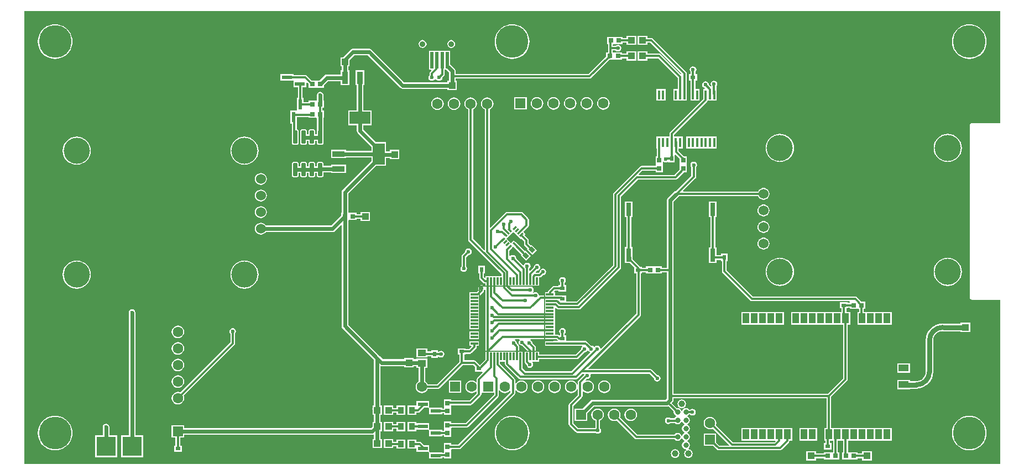
<source format=gtl>
G04*
G04 #@! TF.GenerationSoftware,Altium Limited,Altium NEXUS,2.1.9 (83)*
G04*
G04 Layer_Physical_Order=1*
G04 Layer_Color=255*
%FSLAX44Y44*%
%MOMM*%
G71*
G01*
G75*
%ADD11C,0.2000*%
%ADD17R,1.2000X0.3000*%
%ADD18R,0.3000X1.2000*%
%ADD27R,0.6100X1.6100*%
%ADD28R,1.6100X0.6100*%
%ADD79C,1.0000*%
%ADD82C,0.7500*%
%ADD83R,0.9000X1.0000*%
%ADD84R,0.8000X0.7000*%
%ADD85R,0.7000X0.8000*%
%ADD86R,1.3000X1.0000*%
%ADD87R,1.0000X1.0000*%
%ADD88R,0.8000X0.6000*%
%ADD89R,0.6000X0.8000*%
G04:AMPARAMS|DCode=90|XSize=1.97mm|YSize=0.6mm|CornerRadius=0.075mm|HoleSize=0mm|Usage=FLASHONLY|Rotation=270.000|XOffset=0mm|YOffset=0mm|HoleType=Round|Shape=RoundedRectangle|*
%AMROUNDEDRECTD90*
21,1,1.9700,0.4500,0,0,270.0*
21,1,1.8200,0.6000,0,0,270.0*
1,1,0.1500,-0.2250,-0.9100*
1,1,0.1500,-0.2250,0.9100*
1,1,0.1500,0.2250,0.9100*
1,1,0.1500,0.2250,-0.9100*
%
%ADD90ROUNDEDRECTD90*%
%ADD91R,1.5240X1.0160*%
%ADD92R,1.0160X1.5240*%
%ADD93R,1.0500X1.0000*%
%ADD94R,2.2000X1.0500*%
%ADD95R,1.1000X1.0000*%
%ADD96R,0.8000X2.0000*%
%ADD97R,0.3480X1.3970*%
G04:AMPARAMS|DCode=98|XSize=0.675mm|YSize=0.25mm|CornerRadius=0mm|HoleSize=0mm|Usage=FLASHONLY|Rotation=45.000|XOffset=0mm|YOffset=0mm|HoleType=Round|Shape=Rectangle|*
%AMROTATEDRECTD98*
4,1,4,-0.1503,-0.3270,-0.3270,-0.1503,0.1503,0.3270,0.3270,0.1503,-0.1503,-0.3270,0.0*
%
%ADD98ROTATEDRECTD98*%

G04:AMPARAMS|DCode=99|XSize=0.675mm|YSize=0.25mm|CornerRadius=0mm|HoleSize=0mm|Usage=FLASHONLY|Rotation=135.000|XOffset=0mm|YOffset=0mm|HoleType=Round|Shape=Rectangle|*
%AMROTATEDRECTD99*
4,1,4,0.3270,-0.1503,0.1503,-0.3270,-0.3270,0.1503,-0.1503,0.3270,0.3270,-0.1503,0.0*
%
%ADD99ROTATEDRECTD99*%

%ADD100C,0.8000*%
G04:AMPARAMS|DCode=101|XSize=0.6mm|YSize=0.8mm|CornerRadius=0mm|HoleSize=0mm|Usage=FLASHONLY|Rotation=225.000|XOffset=0mm|YOffset=0mm|HoleType=Round|Shape=Rectangle|*
%AMROTATEDRECTD101*
4,1,4,-0.0707,0.4950,0.4950,-0.0707,0.0707,-0.4950,-0.4950,0.0707,-0.0707,0.4950,0.0*
%
%ADD101ROTATEDRECTD101*%

%ADD102R,1.0000X1.0000*%
%ADD103R,3.0000X3.0000*%
%ADD104R,1.8600X0.9000*%
%ADD105R,1.8600X3.1900*%
%ADD106R,0.9000X1.8600*%
%ADD107R,3.1900X1.8600*%
%ADD108R,0.5000X2.5000*%
%ADD109R,2.0000X2.5000*%
%ADD110C,0.3000*%
%ADD111C,0.6000*%
%ADD112C,1.6000*%
%ADD113R,1.6000X1.6000*%
%ADD114C,4.0000*%
%ADD115C,1.5240*%
%ADD116R,1.6000X1.6000*%
%ADD117C,5.0000*%
%ADD118C,0.9000*%
%ADD119C,0.6000*%
G36*
X1496941Y696941D02*
X1496941Y525059D01*
X1454000Y525059D01*
X1452829Y524826D01*
X1451837Y524163D01*
X1451174Y523171D01*
X1450941Y522000D01*
X1450941Y257500D01*
X1451174Y256329D01*
X1451837Y255337D01*
X1452829Y254674D01*
X1454000Y254441D01*
X1496941Y254441D01*
X1496942Y3059D01*
X3059Y3059D01*
X3059Y696941D01*
X1496941Y696941D01*
D02*
G37*
%LPC*%
G36*
X940000Y659000D02*
X925000D01*
Y655569D01*
X919000D01*
Y657500D01*
X908270D01*
X907000Y657500D01*
X905730Y657500D01*
X895000D01*
Y646500D01*
X896931D01*
Y633500D01*
X894000D01*
Y627547D01*
X867022Y600569D01*
X663098D01*
Y605098D01*
X662710Y607048D01*
X661605Y608702D01*
X655297Y615010D01*
Y635800D01*
X622298D01*
Y606800D01*
X625541D01*
X626027Y605627D01*
X624477Y604076D01*
X623703Y602918D01*
X623431Y601553D01*
Y598629D01*
X623395Y598605D01*
X622290Y596951D01*
X621902Y595000D01*
X622290Y593049D01*
X623395Y591395D01*
X625049Y590290D01*
X627000Y589902D01*
X628951Y590290D01*
X630605Y591395D01*
X631710Y593049D01*
X631853Y593766D01*
X633147D01*
X633290Y593049D01*
X634395Y591395D01*
X636049Y590290D01*
X638000Y589902D01*
X639951Y590290D01*
X641605Y591395D01*
X642710Y593049D01*
X643098Y595000D01*
X643089Y595043D01*
X645321Y597274D01*
X646094Y598432D01*
X646366Y599798D01*
Y606800D01*
X649088D01*
X652902Y602986D01*
Y597000D01*
Y590000D01*
X651000D01*
Y588098D01*
X584112D01*
X534605Y637605D01*
X532951Y638710D01*
X531000Y639098D01*
X506000D01*
X504049Y638710D01*
X502395Y637605D01*
X490790Y626000D01*
X487000D01*
Y612000D01*
X488902D01*
Y606050D01*
X487500D01*
Y599848D01*
X466250D01*
X464299Y599460D01*
X462645Y598355D01*
X454790Y590500D01*
X450000Y590500D01*
X448730Y590500D01*
X443047D01*
X435773Y597773D01*
X434616Y598547D01*
X433250Y598819D01*
X415100D01*
Y600300D01*
X395000D01*
Y590200D01*
X413692D01*
X414900Y590050D01*
X414900Y589013D01*
Y579950D01*
X421682D01*
Y564000D01*
X420200D01*
Y545308D01*
X420146Y544874D01*
X419170Y544100D01*
X418964Y544100D01*
X409950D01*
Y524000D01*
X412906D01*
Y512902D01*
X412896Y512850D01*
Y494650D01*
X413110Y493577D01*
X413717Y492667D01*
X414627Y492060D01*
X415700Y491846D01*
X420200D01*
X421273Y492060D01*
X422183Y492667D01*
X422790Y493577D01*
X423004Y494650D01*
Y512850D01*
X422790Y513923D01*
X422183Y514833D01*
X421273Y515440D01*
X420200Y515654D01*
X420044D01*
Y524000D01*
X420050D01*
Y534431D01*
X438000D01*
Y533500D01*
X448730D01*
X450000Y533500D01*
X450952Y532732D01*
Y508098D01*
X448404D01*
Y512850D01*
X448190Y513923D01*
X447583Y514833D01*
X446673Y515440D01*
X445600Y515654D01*
X441100D01*
X440027Y515440D01*
X439117Y514833D01*
X438510Y513923D01*
X438296Y512850D01*
Y508098D01*
X435704D01*
Y512850D01*
X435490Y513923D01*
X434883Y514833D01*
X433973Y515440D01*
X432900Y515654D01*
X428400D01*
X427327Y515440D01*
X426417Y514833D01*
X425810Y513923D01*
X425596Y512850D01*
Y494650D01*
X425810Y493577D01*
X426417Y492667D01*
X427327Y492060D01*
X428400Y491846D01*
X432900D01*
X433973Y492060D01*
X434883Y492667D01*
X435490Y493577D01*
X435704Y494650D01*
Y497902D01*
X438296D01*
Y494650D01*
X438510Y493577D01*
X439117Y492667D01*
X440027Y492060D01*
X441100Y491846D01*
X445600D01*
X446673Y492060D01*
X447583Y492667D01*
X448190Y493577D01*
X448404Y494650D01*
Y497902D01*
X450996D01*
Y494650D01*
X451210Y493577D01*
X451817Y492667D01*
X452727Y492060D01*
X453800Y491846D01*
X458300D01*
X459373Y492060D01*
X460283Y492667D01*
X460890Y493577D01*
X461104Y494650D01*
Y502778D01*
X461148Y503000D01*
Y533500D01*
X462000D01*
Y544500D01*
X459569D01*
Y548500D01*
X462000D01*
Y559500D01*
X461098D01*
Y568000D01*
X460710Y569951D01*
X459605Y571605D01*
X457951Y572710D01*
X456000Y573098D01*
X454049Y572710D01*
X452395Y571605D01*
X451290Y569951D01*
X450902Y568000D01*
Y560388D01*
X450000Y559500D01*
X448730Y559500D01*
X438000D01*
Y557569D01*
X430300D01*
Y564000D01*
X428819D01*
Y579950D01*
X435000D01*
Y586794D01*
X436173Y587280D01*
X438000Y585453D01*
Y579500D01*
X448730D01*
X450000Y579500D01*
X451270Y579500D01*
X462000D01*
Y583290D01*
X468362Y589652D01*
X487500D01*
Y583450D01*
X500500D01*
Y606050D01*
X499098D01*
Y612000D01*
X501000D01*
Y621790D01*
X508112Y628902D01*
X528888D01*
X578395Y579395D01*
X580049Y578290D01*
X582000Y577902D01*
X651000D01*
Y576000D01*
X665000D01*
Y590000D01*
X663098D01*
Y593431D01*
X868500D01*
X869866Y593703D01*
X871023Y594477D01*
X898978Y622431D01*
X900000D01*
X900345Y622500D01*
X906000Y622500D01*
X907270Y622500D01*
X918000D01*
Y624431D01*
X925000D01*
Y621000D01*
X940000D01*
Y635000D01*
X925000D01*
Y631569D01*
X918000D01*
Y633500D01*
X907270D01*
X906000Y633500D01*
X904967Y633500D01*
X904069Y634398D01*
Y636431D01*
X908371D01*
X908395Y636395D01*
X910049Y635290D01*
X912000Y634902D01*
X913951Y635290D01*
X915605Y636395D01*
X916710Y638049D01*
X917098Y640000D01*
X916710Y641951D01*
X915605Y643605D01*
X913951Y644710D01*
X912000Y645098D01*
X910049Y644710D01*
X908395Y643605D01*
X908371Y643569D01*
X904069D01*
Y645602D01*
X904967Y646500D01*
X907000Y646500D01*
X908270Y646500D01*
X919000D01*
Y648431D01*
X925000D01*
Y645000D01*
X940000D01*
Y659000D01*
D02*
G37*
G36*
X656797Y652517D02*
X654456Y652052D01*
X652472Y650726D01*
X651146Y648741D01*
X650680Y646400D01*
X651146Y644059D01*
X652472Y642074D01*
X654456Y640748D01*
X656797Y640283D01*
X659139Y640748D01*
X661123Y642074D01*
X662449Y644059D01*
X662915Y646400D01*
X662449Y648741D01*
X661123Y650726D01*
X659139Y652052D01*
X656797Y652517D01*
D02*
G37*
G36*
X612798D02*
X610456Y652052D01*
X608472Y650726D01*
X607146Y648741D01*
X606680Y646400D01*
X607146Y644059D01*
X608472Y642074D01*
X610456Y640748D01*
X612798Y640283D01*
X615139Y640748D01*
X617123Y642074D01*
X618449Y644059D01*
X618915Y646400D01*
X618449Y648741D01*
X617123Y650726D01*
X615139Y652052D01*
X612798Y652517D01*
D02*
G37*
G36*
X1450000Y676582D02*
X1445842Y676255D01*
X1441786Y675281D01*
X1437932Y673685D01*
X1434375Y671505D01*
X1431204Y668796D01*
X1428495Y665624D01*
X1426315Y662068D01*
X1424719Y658214D01*
X1423745Y654158D01*
X1423418Y650000D01*
X1423745Y645842D01*
X1424719Y641786D01*
X1426315Y637932D01*
X1428495Y634375D01*
X1431204Y631204D01*
X1434375Y628495D01*
X1437932Y626315D01*
X1441786Y624719D01*
X1445842Y623745D01*
X1450000Y623418D01*
X1454158Y623745D01*
X1458214Y624719D01*
X1462068Y626315D01*
X1465625Y628495D01*
X1468796Y631204D01*
X1471505Y634375D01*
X1473685Y637932D01*
X1475281Y641786D01*
X1476255Y645842D01*
X1476582Y650000D01*
X1476255Y654158D01*
X1475281Y658214D01*
X1473685Y662068D01*
X1471505Y665624D01*
X1468796Y668796D01*
X1465625Y671505D01*
X1462068Y673685D01*
X1458214Y675281D01*
X1454158Y676255D01*
X1450000Y676582D01*
D02*
G37*
G36*
X750000D02*
X745842Y676255D01*
X741786Y675281D01*
X737932Y673685D01*
X734376Y671505D01*
X731204Y668796D01*
X728495Y665624D01*
X726315Y662068D01*
X724719Y658214D01*
X723745Y654158D01*
X723418Y650000D01*
X723745Y645842D01*
X724719Y641786D01*
X726315Y637932D01*
X728495Y634375D01*
X731204Y631204D01*
X734376Y628495D01*
X737932Y626315D01*
X741786Y624719D01*
X745842Y623745D01*
X750000Y623418D01*
X754158Y623745D01*
X758214Y624719D01*
X762068Y626315D01*
X765624Y628495D01*
X768796Y631204D01*
X771505Y634375D01*
X773685Y637932D01*
X775281Y641786D01*
X776255Y645842D01*
X776582Y650000D01*
X776255Y654158D01*
X775281Y658214D01*
X773685Y662068D01*
X771505Y665624D01*
X768796Y668796D01*
X765624Y671505D01*
X762068Y673685D01*
X758214Y675281D01*
X754158Y676255D01*
X750000Y676582D01*
D02*
G37*
G36*
X50000D02*
X45842Y676255D01*
X41786Y675281D01*
X37932Y673685D01*
X34376Y671505D01*
X31204Y668796D01*
X28495Y665624D01*
X26315Y662068D01*
X24719Y658214D01*
X23745Y654158D01*
X23418Y650000D01*
X23745Y645842D01*
X24719Y641786D01*
X26315Y637932D01*
X28495Y634375D01*
X31204Y631204D01*
X34376Y628495D01*
X37932Y626315D01*
X41786Y624719D01*
X45842Y623745D01*
X50000Y623418D01*
X54158Y623745D01*
X58214Y624719D01*
X62068Y626315D01*
X65624Y628495D01*
X68796Y631204D01*
X71505Y634375D01*
X73685Y637932D01*
X75281Y641786D01*
X76255Y645842D01*
X76582Y650000D01*
X76255Y654158D01*
X75281Y658214D01*
X73685Y662068D01*
X71505Y665624D01*
X68796Y668796D01*
X65624Y671505D01*
X62068Y673685D01*
X58214Y675281D01*
X54158Y676255D01*
X50000Y676582D01*
D02*
G37*
G36*
X957000Y659000D02*
X942000D01*
Y645000D01*
X957000D01*
Y648431D01*
X961522D01*
X1009538Y600416D01*
X1009519Y600324D01*
X1008141Y599906D01*
X977523Y630523D01*
X976366Y631297D01*
X975000Y631569D01*
X957000D01*
Y635000D01*
X942000D01*
Y621000D01*
X957000D01*
Y624431D01*
X973522D01*
X1003681Y594272D01*
Y577545D01*
X997010D01*
Y559575D01*
X1017490D01*
Y567605D01*
X1017569Y568000D01*
Y601000D01*
X1017297Y602366D01*
X1016523Y603523D01*
X965523Y654523D01*
X964366Y655297D01*
X963000Y655568D01*
X957000D01*
Y659000D01*
D02*
G37*
G36*
X1026998Y612097D02*
X1025047Y611709D01*
X1023393Y610604D01*
X1022288Y608950D01*
X1021900Y606999D01*
X1022288Y605048D01*
X1023393Y603394D01*
X1023431Y603368D01*
Y600000D01*
X1021000D01*
Y590000D01*
X1023431D01*
Y587000D01*
X1023431Y587000D01*
Y577545D01*
X1023010D01*
Y559575D01*
X1036990D01*
Y577545D01*
X1030569D01*
Y587000D01*
X1030569Y587000D01*
Y590000D01*
X1033000D01*
Y600000D01*
X1030569D01*
Y603371D01*
X1030603Y603394D01*
X1031708Y605048D01*
X1032096Y606999D01*
X1031708Y608950D01*
X1030603Y610604D01*
X1028949Y611709D01*
X1026998Y612097D01*
D02*
G37*
G36*
X984990Y577545D02*
X971010D01*
Y559575D01*
X984990D01*
Y577545D01*
D02*
G37*
G36*
X772230Y564840D02*
X753230D01*
Y545840D01*
X772230D01*
Y564840D01*
D02*
G37*
G36*
X889730Y564922D02*
X887250Y564596D01*
X884939Y563639D01*
X882954Y562116D01*
X881431Y560131D01*
X880474Y557820D01*
X880148Y555340D01*
X880474Y552860D01*
X881431Y550549D01*
X882954Y548565D01*
X884939Y547042D01*
X887250Y546085D01*
X889730Y545759D01*
X892210Y546085D01*
X894521Y547042D01*
X896505Y548565D01*
X898028Y550549D01*
X898985Y552860D01*
X899312Y555340D01*
X898985Y557820D01*
X898028Y560131D01*
X896505Y562116D01*
X894521Y563639D01*
X892210Y564596D01*
X889730Y564922D01*
D02*
G37*
G36*
X864330D02*
X861850Y564596D01*
X859539Y563639D01*
X857554Y562116D01*
X856031Y560131D01*
X855074Y557820D01*
X854748Y555340D01*
X855074Y552860D01*
X856031Y550549D01*
X857554Y548565D01*
X859539Y547042D01*
X861850Y546085D01*
X864330Y545759D01*
X866810Y546085D01*
X869121Y547042D01*
X871105Y548565D01*
X872628Y550549D01*
X873585Y552860D01*
X873912Y555340D01*
X873585Y557820D01*
X872628Y560131D01*
X871105Y562116D01*
X869121Y563639D01*
X866810Y564596D01*
X864330Y564922D01*
D02*
G37*
G36*
X838930D02*
X836450Y564596D01*
X834139Y563639D01*
X832154Y562116D01*
X830631Y560131D01*
X829674Y557820D01*
X829348Y555340D01*
X829674Y552860D01*
X830631Y550549D01*
X832154Y548565D01*
X834139Y547042D01*
X836450Y546085D01*
X838930Y545759D01*
X841410Y546085D01*
X843721Y547042D01*
X845705Y548565D01*
X847228Y550549D01*
X848185Y552860D01*
X848512Y555340D01*
X848185Y557820D01*
X847228Y560131D01*
X845705Y562116D01*
X843721Y563639D01*
X841410Y564596D01*
X838930Y564922D01*
D02*
G37*
G36*
X813530D02*
X811050Y564596D01*
X808739Y563639D01*
X806754Y562116D01*
X805231Y560131D01*
X804274Y557820D01*
X803948Y555340D01*
X804274Y552860D01*
X805231Y550549D01*
X806754Y548565D01*
X808739Y547042D01*
X811050Y546085D01*
X813530Y545759D01*
X816010Y546085D01*
X818321Y547042D01*
X820305Y548565D01*
X821828Y550549D01*
X822785Y552860D01*
X823111Y555340D01*
X822785Y557820D01*
X821828Y560131D01*
X820305Y562116D01*
X818321Y563639D01*
X816010Y564596D01*
X813530Y564922D01*
D02*
G37*
G36*
X788130D02*
X785650Y564596D01*
X783339Y563639D01*
X781354Y562116D01*
X779831Y560131D01*
X778874Y557820D01*
X778548Y555340D01*
X778874Y552860D01*
X779831Y550549D01*
X781354Y548565D01*
X783339Y547042D01*
X785650Y546085D01*
X788130Y545759D01*
X790610Y546085D01*
X792921Y547042D01*
X794905Y548565D01*
X796428Y550549D01*
X797385Y552860D01*
X797711Y555340D01*
X797385Y557820D01*
X796428Y560131D01*
X794905Y562116D01*
X792921Y563639D01*
X790610Y564596D01*
X788130Y564922D01*
D02*
G37*
G36*
X661130Y564582D02*
X658650Y564255D01*
X656339Y563298D01*
X654354Y561776D01*
X652832Y559791D01*
X651874Y557480D01*
X651548Y555000D01*
X651874Y552520D01*
X652832Y550209D01*
X654354Y548225D01*
X656339Y546702D01*
X658650Y545745D01*
X661130Y545418D01*
X663610Y545745D01*
X665921Y546702D01*
X667905Y548225D01*
X669428Y550209D01*
X670386Y552520D01*
X670712Y555000D01*
X670386Y557480D01*
X669428Y559791D01*
X667905Y561776D01*
X665921Y563298D01*
X663610Y564255D01*
X661130Y564582D01*
D02*
G37*
G36*
X635730D02*
X633250Y564255D01*
X630939Y563298D01*
X628955Y561776D01*
X627432Y559791D01*
X626474Y557480D01*
X626148Y555000D01*
X626474Y552520D01*
X627432Y550209D01*
X628955Y548225D01*
X630939Y546702D01*
X633250Y545745D01*
X635730Y545418D01*
X638210Y545745D01*
X640521Y546702D01*
X642505Y548225D01*
X644028Y550209D01*
X644986Y552520D01*
X645312Y555000D01*
X644986Y557480D01*
X644028Y559791D01*
X642505Y561776D01*
X640521Y563298D01*
X638210Y564255D01*
X635730Y564582D01*
D02*
G37*
G36*
X1062990Y504425D02*
X1016510D01*
Y486455D01*
X1062990D01*
Y504425D01*
D02*
G37*
G36*
X523500Y606050D02*
X510500D01*
Y583450D01*
X511902D01*
Y544550D01*
X499050D01*
Y521950D01*
X511902D01*
Y513400D01*
X512290Y511449D01*
X513395Y509795D01*
X534450Y488740D01*
Y483098D01*
X495550D01*
Y484500D01*
X472950D01*
Y471500D01*
X495550D01*
Y472902D01*
X534450D01*
Y467260D01*
X490395Y423205D01*
X489290Y421551D01*
X488902Y419600D01*
Y387500D01*
X488000D01*
Y383710D01*
X472708Y368418D01*
X372658D01*
X371578Y369824D01*
X369673Y371286D01*
X367455Y372205D01*
X365074Y372519D01*
X362693Y372205D01*
X360475Y371286D01*
X358569Y369824D01*
X357108Y367919D01*
X356189Y365701D01*
X355875Y363320D01*
X356189Y360939D01*
X357108Y358721D01*
X358569Y356815D01*
X360475Y355354D01*
X362693Y354435D01*
X365074Y354121D01*
X367455Y354435D01*
X369673Y355354D01*
X371578Y356815D01*
X372658Y358222D01*
X474820D01*
X476771Y358610D01*
X478425Y359715D01*
X487729Y369019D01*
X488902Y368533D01*
Y214000D01*
X489290Y212049D01*
X490395Y210395D01*
X538402Y162388D01*
Y92000D01*
X536000D01*
Y87993D01*
X535902Y87500D01*
Y87000D01*
X536000Y86507D01*
Y78000D01*
X538402D01*
Y67000D01*
X536000D01*
Y60210D01*
X533688Y57898D01*
X247500D01*
Y62300D01*
X228500D01*
Y43300D01*
X234431D01*
Y31000D01*
X232000D01*
Y21000D01*
X244000D01*
Y31000D01*
X241569D01*
Y43300D01*
X247500D01*
Y47702D01*
X535800D01*
X537132Y47967D01*
X538402Y47114D01*
Y41000D01*
X536000D01*
Y27000D01*
X551000D01*
Y41000D01*
X548598D01*
Y53000D01*
X551000D01*
Y67000D01*
X548598D01*
Y78000D01*
X551000D01*
Y92000D01*
X548598D01*
Y152180D01*
X549580Y152986D01*
X550000Y152902D01*
X585000D01*
Y151000D01*
X599000D01*
Y152902D01*
X603500D01*
Y150000D01*
X606702D01*
Y129216D01*
X604824Y127775D01*
X603302Y125791D01*
X602345Y123480D01*
X602018Y121000D01*
X602345Y118520D01*
X603302Y116209D01*
X604824Y114225D01*
X606809Y112702D01*
X609120Y111745D01*
X611600Y111418D01*
X614080Y111745D01*
X616391Y112702D01*
X618375Y114225D01*
X619898Y116209D01*
X620405Y117431D01*
X636000D01*
X637366Y117703D01*
X638523Y118477D01*
X669523Y149477D01*
X669523Y149477D01*
X674478Y154431D01*
X690522D01*
X693000Y151953D01*
Y144000D01*
X704157D01*
X704683Y142730D01*
X696778Y134825D01*
X696005Y133667D01*
X695733Y132302D01*
Y128166D01*
X695383Y128048D01*
X694463Y127861D01*
X692593Y129297D01*
X690282Y130254D01*
X687802Y130580D01*
X685322Y130254D01*
X683011Y129297D01*
X681026Y127774D01*
X679503Y125789D01*
X678546Y123478D01*
X678220Y120998D01*
X678546Y118518D01*
X679503Y116207D01*
X681026Y114223D01*
X683011Y112700D01*
X685322Y111743D01*
X687802Y111416D01*
X690282Y111743D01*
X692593Y112700D01*
X694463Y114135D01*
X695383Y113949D01*
X695733Y113830D01*
Y110976D01*
X684522Y99765D01*
X656500D01*
Y102000D01*
X645500D01*
Y91270D01*
X645500Y90000D01*
X645500Y88730D01*
Y87444D01*
X643000D01*
Y88800D01*
X624308D01*
X623873Y88854D01*
X623100Y89829D01*
X623100Y90036D01*
Y99050D01*
X603000D01*
Y93270D01*
X603000Y92000D01*
X590000D01*
Y78000D01*
X603000D01*
Y81431D01*
X606000D01*
X607366Y81703D01*
X608523Y82477D01*
X614997Y88950D01*
X621692D01*
X622127Y88896D01*
X622900Y87921D01*
X622900Y87714D01*
Y78700D01*
X643000D01*
Y80306D01*
X645500D01*
Y78000D01*
X656500D01*
Y88730D01*
X656500Y90000D01*
X656500Y91270D01*
Y92628D01*
X686000D01*
X687366Y92900D01*
X688523Y93673D01*
X701825Y106975D01*
X702598Y108133D01*
X702870Y109498D01*
Y110574D01*
X703700Y111500D01*
X722431D01*
Y109478D01*
X678522Y65569D01*
X656500D01*
Y68000D01*
X645500D01*
Y57270D01*
X645500Y56000D01*
X645500Y54730D01*
Y53444D01*
X643000D01*
Y54800D01*
X624308D01*
X623873Y54854D01*
X623100Y55829D01*
X623100Y56036D01*
Y65050D01*
X603000D01*
X603000Y66320D01*
Y67000D01*
X590000D01*
Y53000D01*
X603000D01*
Y53680D01*
X603000Y54950D01*
X621692D01*
X622127Y54896D01*
X622900Y53920D01*
X622900Y53714D01*
Y44700D01*
X643000D01*
Y46306D01*
X645500D01*
Y44000D01*
X656500D01*
Y54730D01*
X656500Y56000D01*
X656500Y57533D01*
X657398Y58431D01*
X680000D01*
X681366Y58703D01*
X682523Y59477D01*
X728523Y105477D01*
X729297Y106634D01*
X729569Y108000D01*
Y115078D01*
X730839Y115510D01*
X731824Y114225D01*
X733809Y112702D01*
X736120Y111745D01*
X738600Y111418D01*
X741080Y111745D01*
X743391Y112702D01*
X745375Y114225D01*
X746161Y115249D01*
X747431Y114818D01*
Y112478D01*
X667522Y32569D01*
X656500D01*
Y35000D01*
X645500D01*
Y24270D01*
X645500Y23000D01*
X645500Y21730D01*
Y19569D01*
X643000D01*
Y20800D01*
X624308D01*
X623873Y20854D01*
X623100Y21829D01*
X623100Y22036D01*
Y31050D01*
X614997D01*
X610523Y35523D01*
X609366Y36297D01*
X608000Y36569D01*
X603000D01*
Y40000D01*
X590000D01*
Y26000D01*
X603000D01*
X603000Y24730D01*
Y20950D01*
X621692D01*
X622127Y20896D01*
X622900Y19921D01*
X622900Y19714D01*
Y10700D01*
X643000D01*
Y12431D01*
X645500D01*
Y11000D01*
X656500D01*
Y21730D01*
X656500Y23000D01*
X656500Y24533D01*
X657398Y25431D01*
X669000D01*
X670366Y25703D01*
X671523Y26477D01*
X753523Y108477D01*
X754297Y109634D01*
X754569Y111000D01*
Y115683D01*
X755176Y115965D01*
X755839Y116031D01*
X757225Y114225D01*
X759209Y112702D01*
X761520Y111745D01*
X764000Y111418D01*
X766480Y111745D01*
X768791Y112702D01*
X770775Y114225D01*
X772298Y116209D01*
X773255Y118520D01*
X773582Y121000D01*
X773255Y123480D01*
X772298Y125791D01*
X770775Y127775D01*
X768791Y129298D01*
X766480Y130255D01*
X764000Y130582D01*
X761520Y130255D01*
X759209Y129298D01*
X757225Y127775D01*
X755839Y125969D01*
X755176Y126035D01*
X754569Y126317D01*
Y131500D01*
X754297Y132866D01*
X753523Y134023D01*
X731069Y156478D01*
Y159500D01*
X738931D01*
Y155500D01*
X739203Y154134D01*
X739977Y152977D01*
X759477Y133477D01*
X760634Y132703D01*
X762000Y132431D01*
X848000D01*
X849366Y132703D01*
X850523Y133477D01*
X857978Y140931D01*
X859534D01*
X860232Y139661D01*
X860138Y139184D01*
X851577Y130623D01*
X850803Y129466D01*
X850531Y128100D01*
Y124201D01*
X849261Y123948D01*
X848498Y125791D01*
X846975Y127775D01*
X844991Y129298D01*
X842680Y130255D01*
X840200Y130582D01*
X837720Y130255D01*
X835409Y129298D01*
X833425Y127775D01*
X831902Y125791D01*
X830945Y123480D01*
X830618Y121000D01*
X830945Y118520D01*
X831902Y116209D01*
X833425Y114225D01*
X835409Y112702D01*
X837720Y111745D01*
X840200Y111418D01*
X842680Y111745D01*
X844991Y112702D01*
X846975Y114225D01*
X848498Y116209D01*
X849261Y118052D01*
X850531Y117799D01*
Y108578D01*
X837477Y95523D01*
X836703Y94366D01*
X836431Y93000D01*
Y64000D01*
X836703Y62634D01*
X837477Y61477D01*
X847477Y51477D01*
X848634Y50703D01*
X850000Y50431D01*
X877371D01*
X877395Y50395D01*
X879049Y49290D01*
X881000Y48902D01*
X882951Y49290D01*
X884605Y50395D01*
X885710Y52049D01*
X886098Y54000D01*
X885710Y55951D01*
X884605Y57605D01*
X884369Y57763D01*
Y69278D01*
X885391Y69702D01*
X887375Y71224D01*
X888898Y73209D01*
X889855Y75520D01*
X890182Y78000D01*
X889855Y80480D01*
X888898Y82791D01*
X887375Y84775D01*
X885391Y86298D01*
X883080Y87255D01*
X880600Y87582D01*
X878120Y87255D01*
X875809Y86298D01*
X873824Y84775D01*
X872302Y82791D01*
X871345Y80480D01*
X871018Y78000D01*
X871345Y75520D01*
X872302Y73209D01*
X873824Y71224D01*
X875809Y69702D01*
X877231Y69113D01*
Y57569D01*
X851478D01*
X843569Y65478D01*
Y91522D01*
X854346Y102299D01*
X854366Y102303D01*
X855523Y103077D01*
X856297Y104234D01*
X856301Y104254D01*
X856623Y104577D01*
X857397Y105734D01*
X857669Y107100D01*
Y113832D01*
X858018Y113951D01*
X858939Y114137D01*
X860809Y112702D01*
X863120Y111745D01*
X865600Y111418D01*
X868080Y111745D01*
X870391Y112702D01*
X872375Y114225D01*
X873898Y116209D01*
X874855Y118520D01*
X875182Y121000D01*
X874855Y123480D01*
X873898Y125791D01*
X872375Y127775D01*
X870391Y129298D01*
X868080Y130255D01*
X865600Y130582D01*
X863120Y130255D01*
X863083Y130240D01*
X862364Y131317D01*
X864123Y133076D01*
X865000Y132902D01*
X866951Y133290D01*
X868605Y134395D01*
X869710Y136049D01*
X870098Y138000D01*
X869768Y139661D01*
X870466Y140931D01*
X960022D01*
X966911Y134043D01*
X966902Y134000D01*
X967290Y132049D01*
X968395Y130395D01*
X970049Y129290D01*
X972000Y128902D01*
X973951Y129290D01*
X975605Y130395D01*
X976710Y132049D01*
X977098Y134000D01*
X976710Y135951D01*
X975605Y137605D01*
X973951Y138710D01*
X972000Y139098D01*
X971957Y139089D01*
X964023Y147023D01*
X962866Y147797D01*
X961500Y148069D01*
X866775D01*
X866289Y149242D01*
X946023Y228977D01*
X946797Y230134D01*
X947069Y231500D01*
Y295000D01*
X949000D01*
Y296431D01*
X955000D01*
Y294500D01*
X965730D01*
X967000Y294500D01*
X968270Y294500D01*
X979000D01*
Y296431D01*
X986902D01*
Y107000D01*
Y103112D01*
X984888Y101098D01*
X873200D01*
X871249Y100710D01*
X869595Y99605D01*
X857490Y87500D01*
X845700D01*
Y68500D01*
X864700D01*
Y80290D01*
X875312Y90902D01*
X987000D01*
X988951Y91290D01*
X989018Y91335D01*
X997360Y82993D01*
X997182Y82100D01*
X997648Y79759D01*
X998974Y77774D01*
X1000959Y76448D01*
X1001214Y76397D01*
Y75103D01*
X1000959Y75052D01*
X998974Y73726D01*
X998201Y72569D01*
X992629D01*
X992605Y72605D01*
X990951Y73710D01*
X989000Y74098D01*
X987049Y73710D01*
X985395Y72605D01*
X984290Y70951D01*
X983902Y69000D01*
X984290Y67049D01*
X985395Y65395D01*
X987049Y64290D01*
X989000Y63902D01*
X990951Y64290D01*
X992605Y65395D01*
X992629Y65431D01*
X998736D01*
X998974Y65074D01*
X1000959Y63748D01*
X1003300Y63282D01*
X1005641Y63748D01*
X1007626Y65074D01*
X1008952Y67059D01*
X1009003Y67314D01*
X1010297D01*
X1010348Y67059D01*
X1011674Y65074D01*
X1013659Y63748D01*
X1013914Y63697D01*
Y62403D01*
X1013659Y62352D01*
X1011674Y61026D01*
X1010348Y59041D01*
X1009883Y56700D01*
X1010348Y54359D01*
X1011674Y52374D01*
X1013659Y51048D01*
X1013914Y50997D01*
Y49703D01*
X1013659Y49652D01*
X1011674Y48326D01*
X1010348Y46341D01*
X1010297Y46086D01*
X1009003D01*
X1008952Y46341D01*
X1007626Y48326D01*
X1005641Y49652D01*
X1003300Y50118D01*
X1000959Y49652D01*
X998974Y48326D01*
X998468Y47569D01*
X941478D01*
X914749Y74298D01*
X915255Y75520D01*
X915582Y78000D01*
X915255Y80480D01*
X914298Y82791D01*
X912775Y84775D01*
X910791Y86298D01*
X908480Y87255D01*
X906000Y87582D01*
X903520Y87255D01*
X901209Y86298D01*
X899224Y84775D01*
X897702Y82791D01*
X896745Y80480D01*
X896418Y78000D01*
X896745Y75520D01*
X897702Y73209D01*
X899224Y71224D01*
X901209Y69702D01*
X903520Y68745D01*
X906000Y68418D01*
X908480Y68745D01*
X909702Y69251D01*
X937477Y41477D01*
X938634Y40703D01*
X940000Y40431D01*
X998468D01*
X998974Y39674D01*
X1000959Y38348D01*
X1003300Y37882D01*
X1005641Y38348D01*
X1007626Y39674D01*
X1008952Y41659D01*
X1009003Y41914D01*
X1010297D01*
X1010348Y41659D01*
X1011674Y39674D01*
X1013659Y38348D01*
X1013914Y38297D01*
Y37002D01*
X1013659Y36952D01*
X1011674Y35626D01*
X1010348Y33641D01*
X1009883Y31300D01*
X1010348Y28959D01*
X1011674Y26974D01*
X1013659Y25648D01*
X1015694Y25243D01*
X1016082Y24292D01*
X1016113Y23964D01*
X1015164Y23236D01*
X1014122Y21878D01*
X1013467Y20297D01*
X1013244Y18600D01*
X1013467Y16903D01*
X1014122Y15322D01*
X1015164Y13964D01*
X1016522Y12922D01*
X1018103Y12267D01*
X1019800Y12044D01*
X1021497Y12267D01*
X1023078Y12922D01*
X1024436Y13964D01*
X1025478Y15322D01*
X1026133Y16903D01*
X1026356Y18600D01*
X1026133Y20297D01*
X1025478Y21878D01*
X1024436Y23236D01*
X1023078Y24278D01*
X1021497Y24933D01*
X1019876Y25146D01*
X1019797Y25263D01*
X1019624Y26505D01*
X1020326Y26974D01*
X1021652Y28959D01*
X1022117Y31300D01*
X1021652Y33641D01*
X1020326Y35626D01*
X1018341Y36952D01*
X1018086Y37002D01*
Y38297D01*
X1018341Y38348D01*
X1020326Y39674D01*
X1021652Y41659D01*
X1022117Y44000D01*
X1021652Y46341D01*
X1020326Y48326D01*
X1018341Y49652D01*
X1018086Y49703D01*
Y50997D01*
X1018341Y51048D01*
X1020326Y52374D01*
X1021652Y54359D01*
X1022117Y56700D01*
X1021652Y59041D01*
X1020326Y61026D01*
X1018341Y62352D01*
X1018086Y62403D01*
Y63697D01*
X1018341Y63748D01*
X1020326Y65074D01*
X1021652Y67059D01*
X1022117Y69400D01*
X1021652Y71741D01*
X1020326Y73726D01*
X1018341Y75052D01*
X1018086Y75103D01*
Y76397D01*
X1018341Y76448D01*
X1020326Y77774D01*
X1020832Y78531D01*
X1022304D01*
X1022395Y78395D01*
X1024049Y77290D01*
X1026000Y76902D01*
X1027951Y77290D01*
X1029605Y78395D01*
X1030710Y80049D01*
X1031098Y82000D01*
X1030710Y83951D01*
X1029605Y85605D01*
X1027951Y86710D01*
X1026000Y87098D01*
X1024049Y86710D01*
X1022491Y85669D01*
X1020832D01*
X1020326Y86426D01*
X1018341Y87752D01*
X1016000Y88217D01*
X1013659Y87752D01*
X1011674Y86426D01*
X1010348Y84441D01*
X1010297Y84186D01*
X1009003D01*
X1008952Y84441D01*
X1007626Y86426D01*
X1005641Y87752D01*
X1003300Y88217D01*
X1002407Y88040D01*
X994328Y96119D01*
X995605Y97395D01*
X996710Y99049D01*
X997098Y101000D01*
Y103431D01*
X1231431D01*
Y57720D01*
X1227970D01*
Y38480D01*
X1229432D01*
Y35000D01*
X1227000D01*
Y25000D01*
X1239000D01*
Y35000D01*
X1236569D01*
Y38480D01*
X1241432D01*
Y21398D01*
X1240533Y20500D01*
X1239000Y20500D01*
X1237730Y20500D01*
X1227000D01*
Y18569D01*
X1220000D01*
X1220000Y18569D01*
X1215000D01*
Y22000D01*
X1200000D01*
Y8000D01*
X1215000D01*
Y11431D01*
X1220000D01*
X1220000Y11431D01*
X1227000D01*
Y9500D01*
X1237730D01*
X1239000Y9500D01*
X1240270Y9500D01*
X1251000D01*
Y20500D01*
X1248569D01*
Y38480D01*
X1256931D01*
Y20500D01*
X1255000D01*
Y9500D01*
X1265730D01*
X1267000Y9500D01*
X1268270Y9500D01*
X1279000D01*
Y11431D01*
X1286000D01*
Y8000D01*
X1301000D01*
Y22000D01*
X1286000D01*
Y18569D01*
X1279000D01*
Y20500D01*
X1268270D01*
X1267000Y20500D01*
X1265730Y20500D01*
X1264069D01*
Y38480D01*
X1331030D01*
Y57720D01*
X1238569D01*
Y105522D01*
X1262973Y129927D01*
X1263747Y131084D01*
X1264019Y132450D01*
Y216280D01*
X1267530D01*
Y235520D01*
X1261569D01*
Y241000D01*
X1264000D01*
Y242431D01*
X1267000D01*
Y240500D01*
X1279000D01*
Y240500D01*
X1280533Y240500D01*
X1281431Y239602D01*
Y235520D01*
X1278770D01*
Y216280D01*
X1331030D01*
Y235520D01*
X1288569D01*
Y240500D01*
X1291000D01*
Y251500D01*
X1284047D01*
X1283937Y251609D01*
X1283797Y252315D01*
X1283023Y253473D01*
X1277973Y258523D01*
X1276815Y259297D01*
X1275450Y259569D01*
X1118478D01*
X1078569Y299478D01*
Y313000D01*
X1080000D01*
Y325000D01*
X1070000D01*
Y322569D01*
X1063347D01*
Y334946D01*
X1060915D01*
Y380946D01*
X1063347D01*
Y404946D01*
X1051347D01*
Y380946D01*
X1053778D01*
Y334946D01*
X1051347D01*
Y310946D01*
X1063347D01*
Y315431D01*
X1070000D01*
Y313000D01*
X1071431D01*
Y298000D01*
X1071703Y296634D01*
X1072477Y295477D01*
X1114477Y253477D01*
X1115634Y252703D01*
X1117000Y252431D01*
X1266183D01*
X1267000Y251500D01*
Y249569D01*
X1264000D01*
Y251000D01*
X1252000D01*
Y241000D01*
X1254432D01*
Y235520D01*
X1177170D01*
Y216280D01*
X1256881D01*
Y133928D01*
X1233522Y110569D01*
X997098D01*
Y300000D01*
X997098Y300000D01*
Y404888D01*
X1004605Y412395D01*
X1005083Y413111D01*
X1126533D01*
X1126960Y412081D01*
X1128421Y410176D01*
X1130327Y408714D01*
X1132545Y407795D01*
X1134926Y407481D01*
X1137307Y407795D01*
X1139525Y408714D01*
X1141431Y410176D01*
X1142892Y412081D01*
X1143811Y414299D01*
X1144125Y416680D01*
X1143811Y419061D01*
X1142892Y421279D01*
X1141431Y423185D01*
X1139525Y424646D01*
X1137307Y425565D01*
X1134926Y425879D01*
X1132545Y425565D01*
X1130327Y424646D01*
X1128421Y423185D01*
X1126960Y421279D01*
X1126533Y420249D01*
X1011955D01*
X1011469Y421422D01*
X1030523Y440477D01*
X1031297Y441634D01*
X1031569Y443000D01*
Y457371D01*
X1031605Y457395D01*
X1032710Y459049D01*
X1033098Y461000D01*
X1032710Y462951D01*
X1031605Y464605D01*
X1029951Y465710D01*
X1028000Y466098D01*
X1026049Y465710D01*
X1024395Y464605D01*
X1023290Y462951D01*
X1022902Y461000D01*
X1023290Y459049D01*
X1024395Y457395D01*
X1024431Y457371D01*
Y444478D01*
X1001043Y421090D01*
X1001000Y421098D01*
X999049Y420710D01*
X997395Y419605D01*
X988395Y410605D01*
X987290Y408951D01*
X986902Y407000D01*
Y303569D01*
X979000D01*
Y305500D01*
X968270D01*
X967000Y305500D01*
X965730Y305500D01*
X955000D01*
Y303569D01*
X949000D01*
Y305000D01*
X945873D01*
X945523Y305523D01*
X934648Y316399D01*
Y335052D01*
X932217D01*
Y381052D01*
X934648D01*
Y405052D01*
X922648D01*
Y381052D01*
X925079D01*
Y335052D01*
X922648D01*
Y311052D01*
X929901D01*
X937000Y303953D01*
Y295000D01*
X939931D01*
Y232978D01*
X886320Y179367D01*
X884942Y179785D01*
X884710Y180951D01*
X883605Y182605D01*
X881951Y183710D01*
X880000Y184098D01*
X878049Y183710D01*
X876395Y182605D01*
X876135Y182215D01*
X874865D01*
X874605Y182605D01*
X872951Y183710D01*
X871176Y184063D01*
X865216Y190023D01*
X864058Y190797D01*
X862692Y191069D01*
X833000D01*
Y200000D01*
X830569D01*
Y202371D01*
X830605Y202395D01*
X831710Y204049D01*
X832098Y206000D01*
X831710Y207951D01*
X830605Y209605D01*
X828951Y210710D01*
X827000Y211098D01*
X825049Y210710D01*
X823395Y209605D01*
X822290Y207951D01*
X821902Y206000D01*
X822290Y204049D01*
X823395Y202395D01*
X823431Y202371D01*
Y200000D01*
X822047D01*
X822023Y200023D01*
X820866Y200797D01*
X819500Y201068D01*
X815500D01*
Y209000D01*
Y219000D01*
Y229000D01*
Y241773D01*
X816673Y242259D01*
X818456Y240477D01*
X819614Y239703D01*
X820979Y239431D01*
X852071D01*
X853437Y239703D01*
X854594Y240477D01*
X915523Y301406D01*
X916297Y302563D01*
X916569Y303929D01*
Y412451D01*
X942549Y438431D01*
X1000000D01*
X1001366Y438703D01*
X1002523Y439477D01*
X1013047Y450000D01*
X1017500D01*
Y460730D01*
X1017500Y462000D01*
X1017500Y463270D01*
Y474000D01*
X1013047D01*
X1004569Y482478D01*
Y486455D01*
X1010990D01*
Y504425D01*
X997819D01*
Y507489D01*
X1048523Y558194D01*
X1049297Y559352D01*
X1049341Y559575D01*
X1062990D01*
Y577545D01*
X1062569D01*
Y581371D01*
X1062605Y581395D01*
X1063710Y583049D01*
X1064098Y585000D01*
X1063710Y586951D01*
X1062605Y588605D01*
X1060951Y589710D01*
X1059000Y590098D01*
X1057049Y589710D01*
X1055395Y588605D01*
X1054290Y586951D01*
X1053902Y585000D01*
X1054290Y583049D01*
X1054989Y582004D01*
X1054934Y581909D01*
X1053347Y581699D01*
X1051089Y583957D01*
X1051098Y584000D01*
X1050710Y585951D01*
X1049605Y587605D01*
X1047951Y588710D01*
X1046000Y589098D01*
X1044049Y588710D01*
X1042395Y587605D01*
X1041290Y585951D01*
X1040902Y584000D01*
X1041290Y582049D01*
X1042395Y580395D01*
X1044049Y579290D01*
X1045017Y579098D01*
X1045172Y578815D01*
X1044418Y577545D01*
X1042510D01*
Y569395D01*
X1042431Y569000D01*
Y562196D01*
X991727Y511491D01*
X990953Y510333D01*
X990681Y508968D01*
Y504425D01*
X971010D01*
Y486455D01*
X971431D01*
Y474000D01*
X969500D01*
Y463270D01*
X969500Y462000D01*
X969500Y460467D01*
X968602Y459569D01*
X948000D01*
X946634Y459297D01*
X945477Y458523D01*
X905477Y418523D01*
X904703Y417366D01*
X904431Y416000D01*
Y307478D01*
X848522Y251569D01*
X833000D01*
Y261000D01*
X825845D01*
X825500Y261069D01*
X815500D01*
Y266000D01*
X814706D01*
X814220Y267173D01*
X815478Y268431D01*
X821000D01*
Y267000D01*
X833000D01*
Y277000D01*
X830569D01*
Y280371D01*
X830605Y280395D01*
X831710Y282049D01*
X832098Y284000D01*
X831710Y285951D01*
X830605Y287605D01*
X828951Y288710D01*
X827000Y289098D01*
X825049Y288710D01*
X823395Y287605D01*
X822290Y285951D01*
X821902Y284000D01*
X822290Y282049D01*
X823395Y280395D01*
X823431Y280371D01*
Y277000D01*
X821000D01*
Y275569D01*
X814000D01*
X812634Y275297D01*
X811477Y274523D01*
X805477Y268523D01*
X804703Y267366D01*
X804431Y266000D01*
X799500D01*
Y261069D01*
X793500D01*
X792327Y260835D01*
X792171Y260856D01*
X791863Y260977D01*
X790987Y261558D01*
X790710Y262951D01*
X789605Y264605D01*
X787951Y265710D01*
X786000Y266098D01*
X784049Y265710D01*
X782948Y264974D01*
X781943Y265727D01*
X781901Y265839D01*
X782710Y267049D01*
X783098Y269000D01*
X782710Y270951D01*
X781605Y272605D01*
X780669Y273230D01*
X781054Y274500D01*
X791000D01*
Y288431D01*
X792000D01*
X793366Y288703D01*
X794523Y289477D01*
X796957Y291910D01*
X797000Y291902D01*
X798951Y292290D01*
X800605Y293395D01*
X801710Y295049D01*
X802098Y297000D01*
X801710Y298951D01*
X800605Y300605D01*
X798951Y301710D01*
X797000Y302098D01*
X795049Y301710D01*
X793395Y300605D01*
X792290Y298951D01*
X791902Y297000D01*
X791911Y296957D01*
X790522Y295569D01*
X786275D01*
X785789Y296742D01*
X787957Y298911D01*
X788000Y298902D01*
X789951Y299290D01*
X791605Y300395D01*
X792710Y302049D01*
X793098Y304000D01*
X792710Y305951D01*
X791605Y307605D01*
X789951Y308710D01*
X788000Y309098D01*
X786049Y308710D01*
X784395Y307605D01*
X783290Y305951D01*
X782902Y304000D01*
X782911Y303957D01*
X777242Y298289D01*
X776069Y298775D01*
Y302037D01*
X776605Y302395D01*
X777710Y304049D01*
X778098Y306000D01*
X777710Y307951D01*
X776605Y309605D01*
X774951Y310710D01*
X773000Y311098D01*
X771049Y310710D01*
X769395Y309605D01*
X768290Y307951D01*
X768189Y307442D01*
X766973Y307073D01*
X756089Y317957D01*
X756098Y318000D01*
X755710Y319951D01*
X754605Y321605D01*
X752951Y322710D01*
X751000Y323098D01*
X749049Y322710D01*
X747395Y321605D01*
X747061Y321105D01*
X745791Y321490D01*
Y329784D01*
X748899Y332893D01*
X749673Y334050D01*
X749777Y334575D01*
X751560Y336357D01*
X763974Y323944D01*
X762979Y322950D01*
X771464Y314464D01*
X778536Y321535D01*
X770050Y330021D01*
X769020Y328991D01*
X756183Y341828D01*
X755025Y342602D01*
X754898Y342627D01*
X752121Y345404D01*
X748232Y341515D01*
X741515Y348232D01*
X744343Y351061D01*
X751768Y358485D01*
X759192Y351061D01*
X762728Y347525D01*
X763578Y348375D01*
X768078Y343875D01*
Y339354D01*
X768350Y337988D01*
X769123Y336830D01*
X773234Y332719D01*
X772222Y331707D01*
X780707Y323222D01*
X787778Y330293D01*
X779293Y338778D01*
X778281Y337766D01*
X775215Y340832D01*
Y345354D01*
X774943Y346719D01*
X774170Y347877D01*
X768625Y353422D01*
X770329Y355126D01*
X767196Y358260D01*
X774523Y365588D01*
X775297Y366745D01*
X775569Y368111D01*
Y377000D01*
X775297Y378366D01*
X774523Y379523D01*
X766523Y387523D01*
X765366Y388297D01*
X764000Y388569D01*
X742000D01*
X740634Y388297D01*
X739477Y387523D01*
X716742Y364789D01*
X715569Y365275D01*
Y376860D01*
X715555Y376930D01*
X715569Y377000D01*
X715499Y377352D01*
Y546195D01*
X716721Y546702D01*
X718705Y548225D01*
X720228Y550209D01*
X721186Y552520D01*
X721512Y555000D01*
X721186Y557480D01*
X720228Y559791D01*
X718705Y561776D01*
X716721Y563298D01*
X714410Y564255D01*
X711930Y564582D01*
X709450Y564255D01*
X707139Y563298D01*
X705154Y561776D01*
X703632Y559791D01*
X702674Y557480D01*
X702348Y555000D01*
X702674Y552520D01*
X703632Y550209D01*
X705154Y548225D01*
X707139Y546702D01*
X708361Y546195D01*
Y376930D01*
X708431Y376578D01*
Y331204D01*
X707258Y330718D01*
X702666Y335309D01*
X702523Y335523D01*
X690099Y347948D01*
Y546195D01*
X691321Y546702D01*
X693305Y548225D01*
X694828Y550209D01*
X695786Y552520D01*
X696112Y555000D01*
X695786Y557480D01*
X694828Y559791D01*
X693305Y561776D01*
X691321Y563298D01*
X689010Y564255D01*
X686530Y564582D01*
X684050Y564255D01*
X681739Y563298D01*
X679754Y561776D01*
X678232Y559791D01*
X677274Y557480D01*
X676948Y555000D01*
X677274Y552520D01*
X678232Y550209D01*
X679754Y548225D01*
X681739Y546702D01*
X682961Y546195D01*
Y346470D01*
X683233Y345104D01*
X684007Y343947D01*
X697298Y330655D01*
X697441Y330441D01*
X733931Y293951D01*
Y290500D01*
X709000D01*
Y288706D01*
X707827Y288220D01*
X706569Y289478D01*
Y295000D01*
X708000D01*
Y307000D01*
X698000D01*
Y295000D01*
X699431D01*
Y288000D01*
X699703Y286634D01*
X700477Y285477D01*
X705477Y280477D01*
X706634Y279703D01*
X708000Y279431D01*
X708931D01*
Y274620D01*
X707755Y274009D01*
X707661Y274023D01*
X706605Y275605D01*
X704951Y276710D01*
X703000Y277098D01*
X701049Y276710D01*
X699395Y275605D01*
X698290Y273951D01*
X697902Y272000D01*
X698290Y270049D01*
X698776Y269322D01*
X695522Y266069D01*
X692500D01*
X692155Y266000D01*
X684500D01*
Y259000D01*
Y249000D01*
Y239000D01*
Y229000D01*
Y219000D01*
Y209000D01*
X700500D01*
Y219000D01*
Y229000D01*
Y239000D01*
Y249000D01*
Y260953D01*
X705523Y265977D01*
X706297Y267134D01*
X706539Y268351D01*
X706605Y268395D01*
X707661Y269977D01*
X707755Y269991D01*
X708931Y269380D01*
Y174950D01*
Y162978D01*
X700500Y154547D01*
X694523Y160523D01*
X693366Y161297D01*
X692000Y161569D01*
X676569D01*
Y170000D01*
X679000D01*
Y171431D01*
X685000D01*
X686366Y171703D01*
X687523Y172477D01*
X694523Y179477D01*
X695297Y180634D01*
X695569Y182000D01*
Y184000D01*
X700500D01*
Y191000D01*
X684500D01*
Y184000D01*
X687157D01*
X687683Y182730D01*
X683522Y178569D01*
X679000D01*
Y180000D01*
X667000D01*
Y170000D01*
X669431D01*
Y159478D01*
X664477Y154523D01*
X664477Y154523D01*
X634522Y124569D01*
X620405D01*
X619898Y125791D01*
X618375Y127775D01*
X616898Y128909D01*
Y150000D01*
X620500D01*
Y164000D01*
X603500D01*
Y163098D01*
X599000D01*
Y165000D01*
X585000D01*
Y163098D01*
X552112D01*
X547105Y168105D01*
X499098Y216112D01*
Y375612D01*
X500000Y376500D01*
X501270Y376500D01*
X512000D01*
Y378431D01*
X517500D01*
Y375000D01*
X532500D01*
Y389000D01*
X517500D01*
Y385569D01*
X512000D01*
Y387500D01*
X501270D01*
X500000Y387500D01*
X499098Y388388D01*
Y417488D01*
X541660Y460050D01*
X557050D01*
Y471902D01*
X563000D01*
Y470000D01*
X577000D01*
Y484000D01*
X563000D01*
Y482098D01*
X557050D01*
Y495950D01*
X541660D01*
X522098Y515512D01*
Y521950D01*
X534950D01*
Y544550D01*
X522098D01*
Y583450D01*
X523500D01*
Y606050D01*
D02*
G37*
G36*
X1416926Y508684D02*
X1412711Y508269D01*
X1408658Y507039D01*
X1404924Y505043D01*
X1401650Y502356D01*
X1398963Y499082D01*
X1396967Y495348D01*
X1395737Y491295D01*
X1395322Y487080D01*
X1395737Y482865D01*
X1396967Y478812D01*
X1398963Y475078D01*
X1401650Y471804D01*
X1404924Y469117D01*
X1408658Y467121D01*
X1412711Y465891D01*
X1416926Y465476D01*
X1421141Y465891D01*
X1425193Y467121D01*
X1428929Y469117D01*
X1432202Y471804D01*
X1434889Y475078D01*
X1436886Y478812D01*
X1438115Y482865D01*
X1438530Y487080D01*
X1438115Y491295D01*
X1436886Y495348D01*
X1434889Y499082D01*
X1432202Y502356D01*
X1428929Y505043D01*
X1425193Y507039D01*
X1421141Y508269D01*
X1416926Y508684D01*
D02*
G37*
G36*
X1159926D02*
X1155711Y508269D01*
X1151658Y507039D01*
X1147924Y505043D01*
X1144650Y502356D01*
X1141963Y499082D01*
X1139967Y495348D01*
X1138737Y491295D01*
X1138322Y487080D01*
X1138737Y482865D01*
X1139967Y478812D01*
X1141963Y475078D01*
X1144650Y471804D01*
X1147924Y469117D01*
X1151658Y467121D01*
X1155711Y465891D01*
X1159926Y465476D01*
X1164141Y465891D01*
X1168194Y467121D01*
X1171928Y469117D01*
X1175202Y471804D01*
X1177889Y475078D01*
X1179885Y478812D01*
X1181115Y482865D01*
X1181530Y487080D01*
X1181115Y491295D01*
X1179885Y495348D01*
X1177889Y499082D01*
X1175202Y502356D01*
X1171928Y505043D01*
X1168194Y507039D01*
X1164141Y508269D01*
X1159926Y508684D01*
D02*
G37*
G36*
X340074Y504524D02*
X335859Y504109D01*
X331806Y502879D01*
X328072Y500883D01*
X324798Y498196D01*
X322111Y494923D01*
X320115Y491188D01*
X318885Y487135D01*
X318470Y482920D01*
X318885Y478705D01*
X320115Y474652D01*
X322111Y470918D01*
X324798Y467644D01*
X328072Y464957D01*
X331806Y462961D01*
X335859Y461731D01*
X340074Y461316D01*
X344289Y461731D01*
X348341Y462961D01*
X352076Y464957D01*
X355350Y467644D01*
X358037Y470918D01*
X360033Y474652D01*
X361263Y478705D01*
X361678Y482920D01*
X361263Y487135D01*
X360033Y491188D01*
X358037Y494923D01*
X355350Y498196D01*
X352076Y500883D01*
X348341Y502879D01*
X344289Y504109D01*
X340074Y504524D01*
D02*
G37*
G36*
X83074D02*
X78859Y504109D01*
X74806Y502879D01*
X71072Y500883D01*
X67798Y498196D01*
X65111Y494923D01*
X63115Y491188D01*
X61885Y487135D01*
X61470Y482920D01*
X61885Y478705D01*
X63115Y474652D01*
X65111Y470918D01*
X67798Y467644D01*
X71072Y464957D01*
X74806Y462961D01*
X78859Y461731D01*
X83074Y461316D01*
X87289Y461731D01*
X91341Y462961D01*
X95077Y464957D01*
X98350Y467644D01*
X101037Y470918D01*
X103034Y474652D01*
X104263Y478705D01*
X104678Y482920D01*
X104263Y487135D01*
X103034Y491188D01*
X101037Y494923D01*
X98350Y498196D01*
X95077Y500883D01*
X91341Y502879D01*
X87289Y504109D01*
X83074Y504524D01*
D02*
G37*
G36*
X458300Y466154D02*
X453800D01*
X452727Y465940D01*
X451817Y465333D01*
X451210Y464423D01*
X450996Y463350D01*
Y459098D01*
X448404D01*
Y463350D01*
X448190Y464423D01*
X447583Y465333D01*
X446673Y465940D01*
X445600Y466154D01*
X441100D01*
X440027Y465940D01*
X439117Y465333D01*
X438510Y464423D01*
X438296Y463350D01*
Y459098D01*
X435704D01*
Y463350D01*
X435490Y464423D01*
X434883Y465333D01*
X433973Y465940D01*
X432900Y466154D01*
X428400D01*
X427327Y465940D01*
X426417Y465333D01*
X425810Y464423D01*
X425596Y463350D01*
Y459098D01*
X423004D01*
Y463350D01*
X422790Y464423D01*
X422183Y465333D01*
X421273Y465940D01*
X420200Y466154D01*
X415700D01*
X414627Y465940D01*
X413717Y465333D01*
X413110Y464423D01*
X412896Y463350D01*
Y454472D01*
X412852Y454250D01*
Y454000D01*
X412896Y453778D01*
Y445150D01*
X413110Y444077D01*
X413717Y443167D01*
X414627Y442560D01*
X415700Y442346D01*
X420200D01*
X421273Y442560D01*
X422183Y443167D01*
X422790Y444077D01*
X423004Y445150D01*
Y448902D01*
X425596D01*
Y445150D01*
X425810Y444077D01*
X426417Y443167D01*
X427327Y442560D01*
X428400Y442346D01*
X432900D01*
X433973Y442560D01*
X434883Y443167D01*
X435490Y444077D01*
X435704Y445150D01*
Y448902D01*
X438296D01*
Y445150D01*
X438510Y444077D01*
X439117Y443167D01*
X440027Y442560D01*
X441100Y442346D01*
X445600D01*
X446673Y442560D01*
X447583Y443167D01*
X448190Y444077D01*
X448404Y445150D01*
Y448902D01*
X450996D01*
Y445150D01*
X451210Y444077D01*
X451817Y443167D01*
X452727Y442560D01*
X453800Y442346D01*
X458300D01*
X459373Y442560D01*
X460283Y443167D01*
X460890Y444077D01*
X461104Y445150D01*
Y449902D01*
X472950D01*
Y448500D01*
X495550D01*
Y461500D01*
X472950D01*
Y460098D01*
X461104D01*
Y463350D01*
X460890Y464423D01*
X460283Y465333D01*
X459373Y465940D01*
X458300Y466154D01*
D02*
G37*
G36*
X365074Y448719D02*
X362693Y448405D01*
X360475Y447486D01*
X358569Y446025D01*
X357108Y444119D01*
X356189Y441901D01*
X355875Y439520D01*
X356189Y437139D01*
X357108Y434921D01*
X358569Y433016D01*
X360475Y431554D01*
X362693Y430635D01*
X365074Y430321D01*
X367455Y430635D01*
X369673Y431554D01*
X371578Y433016D01*
X373040Y434921D01*
X373959Y437139D01*
X374273Y439520D01*
X373959Y441901D01*
X373040Y444119D01*
X371578Y446025D01*
X369673Y447486D01*
X367455Y448405D01*
X365074Y448719D01*
D02*
G37*
G36*
Y423319D02*
X362693Y423005D01*
X360475Y422086D01*
X358569Y420625D01*
X357108Y418719D01*
X356189Y416501D01*
X355875Y414120D01*
X356189Y411739D01*
X357108Y409521D01*
X358569Y407616D01*
X360475Y406154D01*
X362693Y405235D01*
X365074Y404921D01*
X367455Y405235D01*
X369673Y406154D01*
X371578Y407616D01*
X373040Y409521D01*
X373959Y411739D01*
X374273Y414120D01*
X373959Y416501D01*
X373040Y418719D01*
X371578Y420625D01*
X369673Y422086D01*
X367455Y423005D01*
X365074Y423319D01*
D02*
G37*
G36*
X1134926Y400479D02*
X1132545Y400165D01*
X1130327Y399246D01*
X1128421Y397785D01*
X1126960Y395879D01*
X1126041Y393661D01*
X1125727Y391280D01*
X1126041Y388899D01*
X1126960Y386681D01*
X1128421Y384776D01*
X1130327Y383314D01*
X1132545Y382395D01*
X1134926Y382081D01*
X1137307Y382395D01*
X1139525Y383314D01*
X1141431Y384776D01*
X1142892Y386681D01*
X1143811Y388899D01*
X1144125Y391280D01*
X1143811Y393661D01*
X1142892Y395879D01*
X1141431Y397785D01*
X1139525Y399246D01*
X1137307Y400165D01*
X1134926Y400479D01*
D02*
G37*
G36*
X365074Y397919D02*
X362693Y397605D01*
X360475Y396686D01*
X358569Y395224D01*
X357108Y393319D01*
X356189Y391101D01*
X355875Y388720D01*
X356189Y386339D01*
X357108Y384121D01*
X358569Y382215D01*
X360475Y380754D01*
X362693Y379835D01*
X365074Y379521D01*
X367455Y379835D01*
X369673Y380754D01*
X371578Y382215D01*
X373040Y384121D01*
X373959Y386339D01*
X374273Y388720D01*
X373959Y391101D01*
X373040Y393319D01*
X371578Y395224D01*
X369673Y396686D01*
X367455Y397605D01*
X365074Y397919D01*
D02*
G37*
G36*
X1134926Y375079D02*
X1132545Y374765D01*
X1130327Y373846D01*
X1128421Y372384D01*
X1126960Y370479D01*
X1126041Y368261D01*
X1125727Y365880D01*
X1126041Y363499D01*
X1126960Y361281D01*
X1128421Y359376D01*
X1130327Y357914D01*
X1132545Y356995D01*
X1134926Y356681D01*
X1137307Y356995D01*
X1139525Y357914D01*
X1141431Y359376D01*
X1142892Y361281D01*
X1143811Y363499D01*
X1144125Y365880D01*
X1143811Y368261D01*
X1142892Y370479D01*
X1141431Y372384D01*
X1139525Y373846D01*
X1137307Y374765D01*
X1134926Y375079D01*
D02*
G37*
G36*
Y349679D02*
X1132545Y349365D01*
X1130327Y348446D01*
X1128421Y346984D01*
X1126960Y345079D01*
X1126041Y342861D01*
X1125727Y340480D01*
X1126041Y338099D01*
X1126960Y335881D01*
X1128421Y333976D01*
X1130327Y332514D01*
X1132545Y331595D01*
X1134926Y331281D01*
X1137307Y331595D01*
X1139525Y332514D01*
X1141431Y333976D01*
X1142892Y335881D01*
X1143811Y338099D01*
X1144125Y340480D01*
X1143811Y342861D01*
X1142892Y345079D01*
X1141431Y346984D01*
X1139525Y348446D01*
X1137307Y349365D01*
X1134926Y349679D01*
D02*
G37*
G36*
X683000Y333098D02*
X681049Y332710D01*
X679395Y331605D01*
X678290Y329951D01*
X677902Y328000D01*
X677911Y327957D01*
X673477Y323523D01*
X672703Y322366D01*
X672431Y321000D01*
Y305629D01*
X672395Y305605D01*
X671290Y303951D01*
X670902Y302000D01*
X671290Y300049D01*
X672395Y298395D01*
X674049Y297290D01*
X676000Y296902D01*
X677951Y297290D01*
X679605Y298395D01*
X680710Y300049D01*
X681098Y302000D01*
X680710Y303951D01*
X679605Y305605D01*
X679569Y305629D01*
Y319522D01*
X682957Y322911D01*
X683000Y322902D01*
X684951Y323290D01*
X686605Y324395D01*
X687710Y326049D01*
X688098Y328000D01*
X687710Y329951D01*
X686605Y331605D01*
X684951Y332710D01*
X683000Y333098D01*
D02*
G37*
G36*
X1416926Y318684D02*
X1412711Y318269D01*
X1408658Y317040D01*
X1404924Y315043D01*
X1401650Y312356D01*
X1398963Y309083D01*
X1396967Y305347D01*
X1395737Y301295D01*
X1395322Y297080D01*
X1395737Y292865D01*
X1396967Y288813D01*
X1398963Y285077D01*
X1401650Y281804D01*
X1404924Y279117D01*
X1408658Y277120D01*
X1412711Y275891D01*
X1416926Y275476D01*
X1421141Y275891D01*
X1425193Y277120D01*
X1428929Y279117D01*
X1432202Y281804D01*
X1434889Y285077D01*
X1436886Y288813D01*
X1438115Y292865D01*
X1438530Y297080D01*
X1438115Y301295D01*
X1436886Y305347D01*
X1434889Y309083D01*
X1432202Y312356D01*
X1428929Y315043D01*
X1425193Y317040D01*
X1421141Y318269D01*
X1416926Y318684D01*
D02*
G37*
G36*
X1159926D02*
X1155711Y318269D01*
X1151658Y317040D01*
X1147924Y315043D01*
X1144650Y312356D01*
X1141963Y309083D01*
X1139967Y305347D01*
X1138737Y301295D01*
X1138322Y297080D01*
X1138737Y292865D01*
X1139967Y288813D01*
X1141963Y285077D01*
X1144650Y281804D01*
X1147924Y279117D01*
X1151658Y277120D01*
X1155711Y275891D01*
X1159926Y275476D01*
X1164141Y275891D01*
X1168194Y277120D01*
X1171928Y279117D01*
X1175202Y281804D01*
X1177889Y285077D01*
X1179885Y288813D01*
X1181115Y292865D01*
X1181530Y297080D01*
X1181115Y301295D01*
X1179885Y305347D01*
X1177889Y309083D01*
X1175202Y312356D01*
X1171928Y315043D01*
X1168194Y317040D01*
X1164141Y318269D01*
X1159926Y318684D01*
D02*
G37*
G36*
X340074Y314524D02*
X335859Y314109D01*
X331806Y312880D01*
X328072Y310883D01*
X324798Y308196D01*
X322111Y304923D01*
X320115Y301187D01*
X318885Y297135D01*
X318470Y292920D01*
X318885Y288705D01*
X320115Y284653D01*
X322111Y280917D01*
X324798Y277644D01*
X328072Y274957D01*
X331806Y272960D01*
X335859Y271731D01*
X340074Y271316D01*
X344289Y271731D01*
X348341Y272960D01*
X352076Y274957D01*
X355350Y277644D01*
X358037Y280917D01*
X360033Y284653D01*
X361263Y288705D01*
X361678Y292920D01*
X361263Y297135D01*
X360033Y301187D01*
X358037Y304923D01*
X355350Y308196D01*
X352076Y310883D01*
X348341Y312880D01*
X344289Y314109D01*
X340074Y314524D01*
D02*
G37*
G36*
X83074D02*
X78859Y314109D01*
X74806Y312880D01*
X71072Y310883D01*
X67798Y308196D01*
X65111Y304923D01*
X63115Y301187D01*
X61885Y297135D01*
X61470Y292920D01*
X61885Y288705D01*
X63115Y284653D01*
X65111Y280917D01*
X67798Y277644D01*
X71072Y274957D01*
X74806Y272960D01*
X78859Y271731D01*
X83074Y271316D01*
X87289Y271731D01*
X91341Y272960D01*
X95077Y274957D01*
X98350Y277644D01*
X101037Y280917D01*
X103034Y284653D01*
X104263Y288705D01*
X104678Y292920D01*
X104263Y297135D01*
X103034Y301187D01*
X101037Y304923D01*
X98350Y308196D01*
X95077Y310883D01*
X91341Y312880D01*
X87289Y314109D01*
X83074Y314524D01*
D02*
G37*
G36*
X1451250Y219000D02*
X1436750D01*
Y217863D01*
X1411000D01*
X1410204Y217704D01*
X1409000Y217875D01*
Y217875D01*
X1403952Y217377D01*
X1399098Y215905D01*
X1394625Y213514D01*
X1390704Y210296D01*
X1387486Y206375D01*
X1385095Y201902D01*
X1383623Y197048D01*
X1383125Y192000D01*
X1383125D01*
X1383137Y191300D01*
Y144000D01*
X1383202Y143675D01*
X1382760Y140313D01*
X1381336Y136878D01*
X1379073Y133927D01*
X1376122Y131664D01*
X1372687Y130240D01*
X1370247Y129919D01*
X1369000Y129863D01*
X1368909Y129863D01*
X1367749Y129863D01*
X1358970D01*
Y131380D01*
X1339730D01*
Y117220D01*
X1358970D01*
Y118137D01*
X1368750D01*
X1369000Y118125D01*
Y118125D01*
X1374048Y118623D01*
X1378902Y120095D01*
X1383375Y122486D01*
X1387296Y125704D01*
X1390514Y129625D01*
X1392905Y134098D01*
X1394377Y138952D01*
X1394875Y144000D01*
X1394875D01*
X1394863Y145270D01*
Y190745D01*
X1394863Y192000D01*
X1394918Y193234D01*
X1395240Y195687D01*
X1396664Y199122D01*
X1398927Y202073D01*
X1401878Y204336D01*
X1405313Y205760D01*
X1407756Y206081D01*
X1409000Y206137D01*
X1409000D01*
X1410204Y206296D01*
X1411000Y206137D01*
X1436750D01*
Y205000D01*
X1451250D01*
Y219000D01*
D02*
G37*
G36*
X1165930Y235520D02*
X1100970D01*
Y216280D01*
X1165930D01*
Y235520D01*
D02*
G37*
G36*
X238000Y214782D02*
X235520Y214456D01*
X233209Y213498D01*
X231225Y211975D01*
X229702Y209991D01*
X228745Y207680D01*
X228418Y205200D01*
X228745Y202720D01*
X229702Y200409D01*
X231225Y198424D01*
X233209Y196902D01*
X235520Y195944D01*
X238000Y195618D01*
X240480Y195944D01*
X242791Y196902D01*
X244776Y198424D01*
X246298Y200409D01*
X247255Y202720D01*
X247582Y205200D01*
X247255Y207680D01*
X246298Y209991D01*
X244776Y211975D01*
X242791Y213498D01*
X240480Y214456D01*
X238000Y214782D01*
D02*
G37*
G36*
X700500Y206000D02*
X684500D01*
Y194000D01*
X700500D01*
Y199000D01*
Y206000D01*
D02*
G37*
G36*
X238000Y189382D02*
X235520Y189056D01*
X233209Y188098D01*
X231225Y186575D01*
X229702Y184591D01*
X228745Y182280D01*
X228418Y179800D01*
X228745Y177320D01*
X229702Y175009D01*
X231225Y173025D01*
X233209Y171502D01*
X235520Y170544D01*
X238000Y170218D01*
X240480Y170544D01*
X242791Y171502D01*
X244776Y173025D01*
X246298Y175009D01*
X247255Y177320D01*
X247582Y179800D01*
X247255Y182280D01*
X246298Y184591D01*
X244776Y186575D01*
X242791Y188098D01*
X240480Y189056D01*
X238000Y189382D01*
D02*
G37*
G36*
X620500Y180000D02*
X603500D01*
Y166000D01*
X620500D01*
Y167931D01*
X626000D01*
Y165000D01*
X636000D01*
Y167431D01*
X637371D01*
X637395Y167395D01*
X639049Y166290D01*
X641000Y165902D01*
X642951Y166290D01*
X644605Y167395D01*
X645710Y169049D01*
X646098Y171000D01*
X645710Y172951D01*
X644605Y174605D01*
X642951Y175710D01*
X641000Y176098D01*
X639049Y175710D01*
X637395Y174605D01*
X637371Y174569D01*
X636000D01*
Y177000D01*
X626000D01*
Y175069D01*
X620500D01*
Y180000D01*
D02*
G37*
G36*
X238000Y163982D02*
X235520Y163655D01*
X233209Y162698D01*
X231225Y161175D01*
X229702Y159191D01*
X228745Y156880D01*
X228418Y154400D01*
X228745Y151920D01*
X229702Y149609D01*
X231225Y147625D01*
X233209Y146102D01*
X235520Y145145D01*
X238000Y144818D01*
X240480Y145145D01*
X242791Y146102D01*
X244776Y147625D01*
X246298Y149609D01*
X247255Y151920D01*
X247582Y154400D01*
X247255Y156880D01*
X246298Y159191D01*
X244776Y161175D01*
X242791Y162698D01*
X240480Y163655D01*
X238000Y163982D01*
D02*
G37*
G36*
X1358970Y156780D02*
X1339730D01*
Y142620D01*
X1358970D01*
Y156780D01*
D02*
G37*
G36*
X238000Y138582D02*
X235520Y138256D01*
X233209Y137298D01*
X231225Y135775D01*
X229702Y133791D01*
X228745Y131480D01*
X228418Y129000D01*
X228745Y126520D01*
X229702Y124209D01*
X231225Y122225D01*
X233209Y120702D01*
X235520Y119745D01*
X238000Y119418D01*
X240480Y119745D01*
X242791Y120702D01*
X244776Y122225D01*
X246298Y124209D01*
X247255Y126520D01*
X247582Y129000D01*
X247255Y131480D01*
X246298Y133791D01*
X244776Y135775D01*
X242791Y137298D01*
X240480Y138256D01*
X238000Y138582D01*
D02*
G37*
G36*
X322000Y211098D02*
X320049Y210710D01*
X318395Y209605D01*
X317290Y207951D01*
X316902Y206000D01*
X317290Y204049D01*
X318395Y202395D01*
X318431Y202371D01*
Y189078D01*
X241702Y112349D01*
X240480Y112856D01*
X238000Y113182D01*
X235520Y112856D01*
X233209Y111898D01*
X231225Y110375D01*
X229702Y108391D01*
X228745Y106080D01*
X228418Y103600D01*
X228745Y101120D01*
X229702Y98809D01*
X231225Y96825D01*
X233209Y95302D01*
X235520Y94345D01*
X238000Y94018D01*
X240480Y94345D01*
X242791Y95302D01*
X244776Y96825D01*
X246298Y98809D01*
X247255Y101120D01*
X247582Y103600D01*
X247255Y106080D01*
X246749Y107302D01*
X324523Y185077D01*
X325297Y186234D01*
X325569Y187600D01*
Y202371D01*
X325605Y202395D01*
X326710Y204049D01*
X327098Y206000D01*
X326710Y207951D01*
X325605Y209605D01*
X323951Y210710D01*
X322000Y211098D01*
D02*
G37*
G36*
X671900Y130500D02*
X652900D01*
Y111500D01*
X671900D01*
Y130500D01*
D02*
G37*
G36*
X891000Y130582D02*
X888520Y130255D01*
X886209Y129298D01*
X884224Y127775D01*
X882702Y125791D01*
X881745Y123480D01*
X881418Y121000D01*
X881745Y118520D01*
X882702Y116209D01*
X884224Y114225D01*
X886209Y112702D01*
X888520Y111745D01*
X891000Y111418D01*
X893480Y111745D01*
X895791Y112702D01*
X897775Y114225D01*
X899298Y116209D01*
X900256Y118520D01*
X900582Y121000D01*
X900256Y123480D01*
X899298Y125791D01*
X897775Y127775D01*
X895791Y129298D01*
X893480Y130255D01*
X891000Y130582D01*
D02*
G37*
G36*
X814800D02*
X812320Y130255D01*
X810009Y129298D01*
X808025Y127775D01*
X806502Y125791D01*
X805545Y123480D01*
X805218Y121000D01*
X805545Y118520D01*
X806502Y116209D01*
X808025Y114225D01*
X810009Y112702D01*
X812320Y111745D01*
X814800Y111418D01*
X817280Y111745D01*
X819591Y112702D01*
X821575Y114225D01*
X823098Y116209D01*
X824055Y118520D01*
X824382Y121000D01*
X824055Y123480D01*
X823098Y125791D01*
X821575Y127775D01*
X819591Y129298D01*
X817280Y130255D01*
X814800Y130582D01*
D02*
G37*
G36*
X789400D02*
X786920Y130255D01*
X784609Y129298D01*
X782625Y127775D01*
X781102Y125791D01*
X780145Y123480D01*
X779818Y121000D01*
X780145Y118520D01*
X781102Y116209D01*
X782625Y114225D01*
X784609Y112702D01*
X786920Y111745D01*
X789400Y111418D01*
X791880Y111745D01*
X794191Y112702D01*
X796175Y114225D01*
X797698Y116209D01*
X798655Y118520D01*
X798982Y121000D01*
X798655Y123480D01*
X797698Y125791D01*
X796175Y127775D01*
X794191Y129298D01*
X791880Y130255D01*
X789400Y130582D01*
D02*
G37*
G36*
X586000Y92000D02*
X573000D01*
Y88568D01*
X568000D01*
Y92000D01*
X553000D01*
Y78000D01*
X568000D01*
Y81431D01*
X573000D01*
Y78000D01*
X586000D01*
Y92000D01*
D02*
G37*
G36*
X1009650Y101356D02*
X1007953Y101133D01*
X1006372Y100478D01*
X1005014Y99436D01*
X1003972Y98078D01*
X1003317Y96497D01*
X1003094Y94800D01*
X1003317Y93103D01*
X1003972Y91522D01*
X1005014Y90164D01*
X1006372Y89122D01*
X1007953Y88467D01*
X1009650Y88244D01*
X1011347Y88467D01*
X1012928Y89122D01*
X1014286Y90164D01*
X1015328Y91522D01*
X1015983Y93103D01*
X1016206Y94800D01*
X1015983Y96497D01*
X1015328Y98078D01*
X1014286Y99436D01*
X1012928Y100478D01*
X1011347Y101133D01*
X1009650Y101356D01*
D02*
G37*
G36*
X931400Y87582D02*
X928920Y87255D01*
X926609Y86298D01*
X924624Y84775D01*
X923102Y82791D01*
X922144Y80480D01*
X921818Y78000D01*
X922144Y75520D01*
X923102Y73209D01*
X924624Y71224D01*
X926609Y69702D01*
X928920Y68745D01*
X931400Y68418D01*
X933880Y68745D01*
X936191Y69702D01*
X938175Y71224D01*
X939698Y73209D01*
X940655Y75520D01*
X940982Y78000D01*
X940655Y80480D01*
X939698Y82791D01*
X938175Y84775D01*
X936191Y86298D01*
X933880Y87255D01*
X931400Y87582D01*
D02*
G37*
G36*
X586000Y67000D02*
X573000D01*
Y63569D01*
X568000D01*
Y67000D01*
X553000D01*
Y53000D01*
X568000D01*
Y56431D01*
X573000D01*
Y53000D01*
X586000D01*
Y67000D01*
D02*
G37*
G36*
X1216730Y57720D02*
X1189870D01*
Y38480D01*
X1216730D01*
Y57720D01*
D02*
G37*
G36*
X1053000Y74982D02*
X1050520Y74655D01*
X1048209Y73698D01*
X1046225Y72175D01*
X1044702Y70191D01*
X1043745Y67880D01*
X1043418Y65400D01*
X1043745Y62920D01*
X1044702Y60609D01*
X1046225Y58625D01*
X1048209Y57102D01*
X1050520Y56144D01*
X1053000Y55818D01*
X1055480Y56144D01*
X1057127Y56827D01*
X1082211Y31742D01*
X1081725Y30569D01*
X1067478D01*
X1062500Y35547D01*
Y49500D01*
X1043500D01*
Y30500D01*
X1057453D01*
X1063477Y24477D01*
X1064634Y23703D01*
X1066000Y23431D01*
X1160000D01*
X1161366Y23703D01*
X1162523Y24477D01*
X1173523Y35477D01*
X1174297Y36634D01*
X1174569Y38000D01*
Y38480D01*
X1178630D01*
Y57720D01*
X1100970D01*
Y38480D01*
X1152774D01*
X1153260Y37307D01*
X1151522Y35569D01*
X1088478D01*
X1061925Y62122D01*
X1062255Y62920D01*
X1062582Y65400D01*
X1062255Y67880D01*
X1061298Y70191D01*
X1059775Y72175D01*
X1057791Y73698D01*
X1055480Y74655D01*
X1053000Y74982D01*
D02*
G37*
G36*
X568000Y41000D02*
X553000D01*
Y27000D01*
X568000D01*
Y29431D01*
X573000D01*
Y26000D01*
X586000D01*
Y40000D01*
X573000D01*
Y36569D01*
X568000D01*
Y41000D01*
D02*
G37*
G36*
X750000Y76582D02*
X745842Y76255D01*
X741786Y75281D01*
X737932Y73685D01*
X734376Y71505D01*
X731204Y68796D01*
X728495Y65624D01*
X726315Y62068D01*
X724719Y58214D01*
X723745Y54158D01*
X723418Y50000D01*
X723745Y45842D01*
X724719Y41786D01*
X726315Y37932D01*
X728495Y34376D01*
X731204Y31204D01*
X734376Y28495D01*
X737932Y26315D01*
X741786Y24719D01*
X745842Y23745D01*
X750000Y23418D01*
X754158Y23745D01*
X758214Y24719D01*
X762068Y26315D01*
X765624Y28495D01*
X768796Y31204D01*
X771505Y34376D01*
X773685Y37932D01*
X775281Y41786D01*
X776255Y45842D01*
X776582Y50000D01*
X776255Y54158D01*
X775281Y58214D01*
X773685Y62068D01*
X771505Y65624D01*
X768796Y68796D01*
X765624Y71505D01*
X762068Y73685D01*
X758214Y75281D01*
X754158Y76255D01*
X750000Y76582D01*
D02*
G37*
G36*
X1450000Y76582D02*
X1445842Y76255D01*
X1441786Y75281D01*
X1437932Y73685D01*
X1434375Y71505D01*
X1431204Y68796D01*
X1428495Y65624D01*
X1426315Y62068D01*
X1424719Y58214D01*
X1423745Y54158D01*
X1423418Y50000D01*
X1423745Y45842D01*
X1424719Y41786D01*
X1426315Y37932D01*
X1428495Y34376D01*
X1431204Y31204D01*
X1434375Y28495D01*
X1437932Y26315D01*
X1441786Y24719D01*
X1445842Y23745D01*
X1450000Y23418D01*
X1454158Y23745D01*
X1458214Y24719D01*
X1462068Y26315D01*
X1465625Y28495D01*
X1468796Y31204D01*
X1471505Y34376D01*
X1473685Y37932D01*
X1475281Y41786D01*
X1476255Y45842D01*
X1476582Y50000D01*
X1476255Y54158D01*
X1475281Y58214D01*
X1473685Y62068D01*
X1471505Y65624D01*
X1468796Y68796D01*
X1465625Y71505D01*
X1462068Y73685D01*
X1458214Y75281D01*
X1454158Y76255D01*
X1450000Y76582D01*
D02*
G37*
G36*
X50000D02*
X45842Y76255D01*
X41786Y75281D01*
X37932Y73685D01*
X34376Y71505D01*
X31204Y68796D01*
X28495Y65624D01*
X26315Y62068D01*
X24719Y58214D01*
X23745Y54158D01*
X23418Y50000D01*
X23745Y45842D01*
X24719Y41786D01*
X26315Y37932D01*
X28495Y34376D01*
X31204Y31204D01*
X34376Y28495D01*
X37932Y26315D01*
X41786Y24719D01*
X45842Y23745D01*
X50000Y23418D01*
X54158Y23745D01*
X58214Y24719D01*
X62068Y26315D01*
X65624Y28495D01*
X68796Y31204D01*
X71505Y34376D01*
X73685Y37932D01*
X75281Y41786D01*
X76255Y45842D01*
X76582Y50000D01*
X76255Y54158D01*
X75281Y58214D01*
X73685Y62068D01*
X71505Y65624D01*
X68796Y68796D01*
X65624Y71505D01*
X62068Y73685D01*
X58214Y75281D01*
X54158Y76255D01*
X50000Y76582D01*
D02*
G37*
G36*
X168000Y240098D02*
X166049Y239710D01*
X164395Y238605D01*
X163290Y236951D01*
X162902Y235000D01*
X162902Y235000D01*
Y47000D01*
X151000D01*
Y13000D01*
X185000D01*
Y47000D01*
X173098D01*
Y235000D01*
X172710Y236951D01*
X171605Y238605D01*
X171605D01*
X169951Y239710D01*
X168000Y240098D01*
D02*
G37*
G36*
X128000Y64098D02*
X126049Y63710D01*
X124395Y62605D01*
X123290Y60951D01*
X122902Y59000D01*
Y47000D01*
X111000D01*
Y13000D01*
X145000D01*
Y47000D01*
X133098D01*
Y59000D01*
X132710Y60951D01*
X131605Y62605D01*
X129951Y63710D01*
X128000Y64098D01*
D02*
G37*
G36*
X999500Y25156D02*
X997803Y24933D01*
X996222Y24278D01*
X994864Y23236D01*
X993822Y21878D01*
X993167Y20297D01*
X992944Y18600D01*
X993167Y16903D01*
X993822Y15322D01*
X994864Y13964D01*
X996222Y12922D01*
X997803Y12267D01*
X999500Y12044D01*
X1001197Y12267D01*
X1002778Y12922D01*
X1004136Y13964D01*
X1005178Y15322D01*
X1005833Y16903D01*
X1006056Y18600D01*
X1005833Y20297D01*
X1005178Y21878D01*
X1004136Y23236D01*
X1002778Y24278D01*
X1001197Y24933D01*
X999500Y25156D01*
D02*
G37*
%LPD*%
G36*
X1006500Y470453D02*
Y463270D01*
X1006500Y462000D01*
X1006500Y460730D01*
Y453547D01*
X998522Y445569D01*
X944275D01*
X943789Y446742D01*
X949478Y452431D01*
X969500D01*
Y450000D01*
X980500D01*
Y460730D01*
X980500Y462000D01*
X980500Y463270D01*
Y465623D01*
X981770Y466145D01*
X983049Y465290D01*
X985000Y464902D01*
X986951Y465290D01*
X987730Y465811D01*
X989000Y465132D01*
Y465000D01*
X999000D01*
Y476157D01*
X1000270Y476683D01*
X1006500Y470453D01*
D02*
G37*
G36*
X808000Y193931D02*
X818022D01*
X819477Y192477D01*
X819683Y192339D01*
X819298Y191069D01*
X808000D01*
X807655Y191000D01*
X799500D01*
Y184000D01*
X807655D01*
X808000Y183931D01*
X857095D01*
X857480Y182661D01*
X857395Y182605D01*
X856290Y180951D01*
X855902Y179000D01*
X855911Y178957D01*
X847522Y170569D01*
X791000D01*
Y175500D01*
X786069D01*
Y181500D01*
X785797Y182866D01*
X785023Y184023D01*
X781089Y187957D01*
X781098Y188000D01*
X780710Y189951D01*
X779605Y191605D01*
X778024Y192661D01*
X778009Y192755D01*
X778621Y193931D01*
X808000D01*
X808000Y193931D01*
D02*
G37*
G36*
X761480Y192661D02*
X761395Y192605D01*
X760290Y190951D01*
X759902Y189000D01*
X760290Y187049D01*
X761395Y185395D01*
X763049Y184290D01*
X765000Y183902D01*
X765043Y183911D01*
X772280Y176673D01*
X771794Y175500D01*
X769000D01*
Y167845D01*
X768931Y167500D01*
Y159500D01*
X769203Y158134D01*
X769977Y156977D01*
X771910Y155043D01*
X771902Y155000D01*
X772290Y153049D01*
X773395Y151395D01*
X775049Y150290D01*
X777000Y149902D01*
X778951Y150290D01*
X780605Y151395D01*
X781710Y153049D01*
X782098Y155000D01*
X781710Y156951D01*
X780855Y158230D01*
X781377Y159500D01*
X791000D01*
Y163431D01*
X849000D01*
X850366Y163703D01*
X851523Y164477D01*
X860957Y173911D01*
X861000Y173902D01*
X862951Y174290D01*
X864605Y175395D01*
X865236Y176340D01*
X866764D01*
X867395Y175395D01*
X868804Y174454D01*
X869208Y173062D01*
X840714Y144569D01*
X770478D01*
X766069Y148978D01*
Y168000D01*
X766000Y168345D01*
Y175500D01*
X761069D01*
Y182500D01*
X760797Y183866D01*
X760023Y185023D01*
X757089Y187957D01*
X757098Y188000D01*
X756710Y189951D01*
X755605Y191605D01*
X754024Y192661D01*
X754009Y192755D01*
X754621Y193931D01*
X761095D01*
X761480Y192661D01*
D02*
G37*
D11*
X700000Y175000D02*
X800000D01*
Y275000D01*
X700000D02*
X800000D01*
X700000Y175000D02*
Y275000D01*
D17*
X692500Y187500D02*
D03*
Y192500D02*
D03*
Y197500D02*
D03*
Y202500D02*
D03*
Y207500D02*
D03*
Y212500D02*
D03*
Y217500D02*
D03*
Y222500D02*
D03*
Y227500D02*
D03*
Y232500D02*
D03*
Y237500D02*
D03*
Y242500D02*
D03*
Y247500D02*
D03*
Y252500D02*
D03*
Y257500D02*
D03*
Y262500D02*
D03*
X807500D02*
D03*
Y257500D02*
D03*
Y252500D02*
D03*
Y247500D02*
D03*
Y242500D02*
D03*
Y237500D02*
D03*
Y232500D02*
D03*
Y227500D02*
D03*
Y222500D02*
D03*
Y217500D02*
D03*
Y212500D02*
D03*
Y207500D02*
D03*
Y202500D02*
D03*
Y197500D02*
D03*
Y192500D02*
D03*
Y187500D02*
D03*
D18*
X712500Y282500D02*
D03*
X717500D02*
D03*
X722500D02*
D03*
X727500D02*
D03*
X732500D02*
D03*
X737500D02*
D03*
X742500D02*
D03*
X747500D02*
D03*
X752500D02*
D03*
X757500D02*
D03*
X762500D02*
D03*
X767500D02*
D03*
X772500D02*
D03*
X777500D02*
D03*
X782500D02*
D03*
X787500D02*
D03*
Y167500D02*
D03*
X782500D02*
D03*
X777500D02*
D03*
X772500D02*
D03*
X767500D02*
D03*
X762500D02*
D03*
X757500D02*
D03*
X752500D02*
D03*
X747500D02*
D03*
X742500D02*
D03*
X737500D02*
D03*
X732500D02*
D03*
X727500D02*
D03*
X722500D02*
D03*
X717500D02*
D03*
X712500D02*
D03*
D27*
X425250Y553950D02*
D03*
X404750D02*
D03*
X415000Y534050D02*
D03*
D28*
X405050Y595250D02*
D03*
Y574750D02*
D03*
X424950Y585000D02*
D03*
X632950Y83750D02*
D03*
Y104250D02*
D03*
X613050Y94000D02*
D03*
X632950Y49750D02*
D03*
Y70250D02*
D03*
X613050Y60000D02*
D03*
X632950Y15750D02*
D03*
Y36250D02*
D03*
X613050Y26000D02*
D03*
D79*
X1019800Y18600D02*
D03*
X1009650Y94800D02*
D03*
X999500Y18600D02*
D03*
D82*
X1409000Y212000D02*
G03*
X1389000Y192000I0J-20000D01*
G01*
X1369000Y124000D02*
G03*
X1389000Y144000I0J20000D01*
G01*
X1411000Y212000D02*
X1444000D01*
X1389000Y144000D02*
Y191300D01*
X1349650Y124000D02*
X1368750D01*
X1349350Y124300D02*
X1349650Y124000D01*
D83*
X596500Y85000D02*
D03*
X579500D02*
D03*
Y60000D02*
D03*
X596500D02*
D03*
Y33000D02*
D03*
X579500D02*
D03*
D84*
X1233000Y15000D02*
D03*
X1245000D02*
D03*
X1273000Y15000D02*
D03*
X1261000D02*
D03*
X901000Y652000D02*
D03*
X913000D02*
D03*
X900000Y628000D02*
D03*
X912000D02*
D03*
X444000Y539000D02*
D03*
X456000D02*
D03*
X444000Y554000D02*
D03*
X456000D02*
D03*
X444000Y585000D02*
D03*
X456000D02*
D03*
X1273000Y246000D02*
D03*
X1285000D02*
D03*
X973000Y300000D02*
D03*
X961000D02*
D03*
X506000Y382000D02*
D03*
X494000D02*
D03*
D85*
X975000Y468000D02*
D03*
Y456000D02*
D03*
X1012000Y468000D02*
D03*
Y456000D02*
D03*
X651000Y96000D02*
D03*
Y84000D02*
D03*
Y62000D02*
D03*
Y50000D02*
D03*
Y29000D02*
D03*
Y17000D02*
D03*
D86*
X612000Y157000D02*
D03*
Y173000D02*
D03*
D87*
X658000Y583000D02*
D03*
X674000D02*
D03*
X494000Y619000D02*
D03*
X510000D02*
D03*
D88*
X1246000Y246000D02*
D03*
X1258000D02*
D03*
X1221000Y30000D02*
D03*
X1233000D02*
D03*
X1039000Y595000D02*
D03*
X1027000D02*
D03*
X238000Y26000D02*
D03*
X226000D02*
D03*
X827000Y256000D02*
D03*
X839000D02*
D03*
X931000Y300000D02*
D03*
X943000D02*
D03*
X661000Y175000D02*
D03*
X673000D02*
D03*
X839000Y272000D02*
D03*
X827000D02*
D03*
X839000Y195000D02*
D03*
X827000D02*
D03*
X687000Y149000D02*
D03*
X699000D02*
D03*
D89*
X994000Y459000D02*
D03*
Y471000D02*
D03*
X1075000Y331000D02*
D03*
Y319000D02*
D03*
X631000Y159000D02*
D03*
Y171000D02*
D03*
X703000Y313000D02*
D03*
Y301000D02*
D03*
D90*
X456050Y503750D02*
D03*
X443350D02*
D03*
X430650D02*
D03*
X417950D02*
D03*
Y454250D02*
D03*
X430650D02*
D03*
X443350D02*
D03*
X456050D02*
D03*
D91*
X1349350Y98900D02*
D03*
Y111600D02*
D03*
Y124300D02*
D03*
Y137000D02*
D03*
Y149700D02*
D03*
Y162400D02*
D03*
Y175100D02*
D03*
D92*
X1336650Y225900D02*
D03*
X1323950D02*
D03*
X1311250D02*
D03*
X1298550D02*
D03*
X1285850D02*
D03*
X1273150D02*
D03*
X1260450D02*
D03*
X1247750D02*
D03*
X1235050D02*
D03*
X1222350D02*
D03*
X1209650D02*
D03*
X1196950D02*
D03*
X1184250D02*
D03*
X1171550D02*
D03*
X1158850D02*
D03*
X1146150D02*
D03*
X1133450D02*
D03*
X1120750D02*
D03*
X1108050D02*
D03*
X1095350D02*
D03*
Y48100D02*
D03*
X1108050D02*
D03*
X1120750D02*
D03*
X1133450D02*
D03*
X1146150D02*
D03*
X1158850D02*
D03*
X1171550D02*
D03*
X1184250D02*
D03*
X1196950D02*
D03*
X1209650D02*
D03*
X1222350D02*
D03*
X1235050D02*
D03*
X1247750D02*
D03*
X1260450D02*
D03*
X1273150D02*
D03*
X1285850D02*
D03*
X1298550D02*
D03*
X1311250D02*
D03*
X1323950D02*
D03*
X1336650D02*
D03*
D93*
X1444000Y212000D02*
D03*
D94*
X1459000Y197250D02*
D03*
Y226750D02*
D03*
D95*
X543500Y85000D02*
D03*
X560500D02*
D03*
X543500Y60000D02*
D03*
X560500D02*
D03*
X543500Y34000D02*
D03*
X560500D02*
D03*
X932500Y652000D02*
D03*
X949500D02*
D03*
X932500Y628000D02*
D03*
X949500D02*
D03*
X1207500Y15000D02*
D03*
X1190500D02*
D03*
X1293500D02*
D03*
X1310500D02*
D03*
X525000Y382000D02*
D03*
X542000D02*
D03*
D96*
X1057347Y392946D02*
D03*
X1012347D02*
D03*
Y322946D02*
D03*
X1057347D02*
D03*
X928648Y323052D02*
D03*
X973648D02*
D03*
Y393052D02*
D03*
X928648D02*
D03*
D97*
X974750Y568560D02*
D03*
X981250D02*
D03*
X987750D02*
D03*
X994250D02*
D03*
X1000750D02*
D03*
X1007250D02*
D03*
X1013750D02*
D03*
X1026750D02*
D03*
X1020250D02*
D03*
X1033250D02*
D03*
X1039750D02*
D03*
X1046250D02*
D03*
X1052750D02*
D03*
X1059250D02*
D03*
X974750Y495440D02*
D03*
X981250D02*
D03*
X987750D02*
D03*
X994250D02*
D03*
X1000750D02*
D03*
X1007250D02*
D03*
X1013750D02*
D03*
X1020250D02*
D03*
X1026750D02*
D03*
X1033250D02*
D03*
X1039750D02*
D03*
X1046250D02*
D03*
X1052750D02*
D03*
X1059250D02*
D03*
D98*
X739305Y342841D02*
D03*
X735770Y346376D02*
D03*
X742841Y339305D02*
D03*
X746376Y335770D02*
D03*
X753624Y364230D02*
D03*
X757159Y360695D02*
D03*
X760695Y357160D02*
D03*
X764230Y353624D02*
D03*
D99*
X739305D02*
D03*
X742841Y357160D02*
D03*
X746376Y360695D02*
D03*
X753624Y339305D02*
D03*
X757159Y342841D02*
D03*
X760695Y346376D02*
D03*
D100*
X1003300Y82100D02*
D03*
Y69400D02*
D03*
Y56700D02*
D03*
Y44000D02*
D03*
Y31300D02*
D03*
X1016000D02*
D03*
Y44000D02*
D03*
Y56700D02*
D03*
Y69400D02*
D03*
Y82100D02*
D03*
D101*
X788485Y322515D02*
D03*
X780000Y331000D02*
D03*
X779243Y313757D02*
D03*
X770757Y322243D02*
D03*
D102*
X592000Y158000D02*
D03*
Y174000D02*
D03*
X570000Y477000D02*
D03*
Y461000D02*
D03*
D103*
X168000Y30000D02*
D03*
X128000D02*
D03*
D104*
X484250Y501000D02*
D03*
Y478000D02*
D03*
Y455000D02*
D03*
D105*
X545750Y478000D02*
D03*
D106*
X540000Y594750D02*
D03*
X517000D02*
D03*
X494000D02*
D03*
D107*
X517000Y533250D02*
D03*
D108*
X650798Y621300D02*
D03*
X642797D02*
D03*
X634798D02*
D03*
X626797D02*
D03*
X618797D02*
D03*
D109*
X679398D02*
D03*
X590197D02*
D03*
X679398Y676100D02*
D03*
X590197D02*
D03*
D110*
X717500Y259500D02*
Y282000D01*
Y259500D02*
X735000Y242000D01*
X778000D01*
X793500Y257500D01*
X807500D01*
X852071Y243000D02*
X913000Y303929D01*
X820979Y243000D02*
X852071D01*
X816479Y247500D02*
X820979Y243000D01*
X807500Y247500D02*
X816479D01*
X850000Y248000D02*
X908000Y306000D01*
X823050Y248000D02*
X850000D01*
X818550Y252500D02*
X823050Y248000D01*
X807500Y252500D02*
X818550D01*
X809000Y257500D02*
X825500D01*
X827000Y256000D01*
X1046000Y560718D02*
Y569000D01*
X1258000Y245000D02*
X1259000Y246000D01*
X1235000Y47000D02*
Y107000D01*
X805912Y197500D02*
X809000D01*
X735050D02*
X805912D01*
X712500Y280912D02*
Y283000D01*
Y174950D02*
Y280912D01*
X708000Y283000D02*
X712500D01*
Y174950D02*
X735050Y197500D01*
X712500Y161500D02*
Y174950D01*
X777500Y169088D02*
Y176500D01*
Y167500D02*
Y169088D01*
X765000Y189000D02*
X777500Y176500D01*
X1274000Y15000D02*
X1274000Y15000D01*
X1293500D01*
X1293500Y15000D01*
X1001680Y416680D02*
X1028000Y443000D01*
X1001000Y416000D02*
X1001680Y416680D01*
X1028000Y443000D02*
Y461000D01*
X1001680Y416680D02*
X1134926D01*
X1207500Y15000D02*
X1220000D01*
X1220000Y15000D01*
X1233000D01*
X1245000D02*
Y45350D01*
Y14000D02*
Y15000D01*
X1245000Y14000D02*
X1245000Y14000D01*
Y45350D02*
X1247750Y48100D01*
X985500Y470000D02*
X986500Y471000D01*
X985000Y470000D02*
X985500D01*
X986500Y471000D02*
X993000D01*
X948000Y456000D02*
X975000D01*
X908000Y416000D02*
X948000Y456000D01*
X897500Y626000D02*
X900000D01*
X658000Y597000D02*
X868500D01*
X631000Y171000D02*
X641000D01*
X631000Y171000D02*
X631000Y171000D01*
X613000Y170000D02*
X614500Y171500D01*
X630500D01*
X631000Y171000D01*
X611800Y121000D02*
X636000D01*
X611600D02*
X611800D01*
X942000Y300000D02*
X943000Y301000D01*
Y300000D02*
X943000D01*
X942000D02*
X943000D01*
X943500Y231500D02*
Y299500D01*
X943000Y300000D02*
X943500Y299500D01*
X943000Y300000D02*
X961000D01*
X928648Y323352D02*
X930000Y322000D01*
X943000Y301000D02*
Y303000D01*
X931000Y315000D02*
X943000Y303000D01*
X931000Y315000D02*
Y319000D01*
X992000Y300000D02*
X992000D01*
X973000D02*
X992000D01*
X928648Y317052D02*
Y323052D01*
X848000Y136000D02*
X943500Y231500D01*
X699965Y332965D02*
X737500Y295429D01*
X686530Y346470D02*
Y549470D01*
Y346470D02*
X700000Y333000D01*
X737500Y282500D02*
Y295429D01*
X749479Y261000D02*
X786000D01*
X737500Y272979D02*
X749479Y261000D01*
X737500Y272979D02*
Y282000D01*
X1171000Y38000D02*
Y49000D01*
X711930Y376930D02*
X712000Y376860D01*
Y328000D02*
Y376860D01*
Y328000D02*
X742500Y297500D01*
X717500Y360500D02*
X742000Y385000D01*
X717500Y332308D02*
Y360500D01*
Y332308D02*
X757500Y292308D01*
X711930Y376930D02*
Y555000D01*
Y376930D02*
X712000Y377000D01*
X742500Y282500D02*
Y297500D01*
X742500Y275050D02*
Y277000D01*
Y275050D02*
X748550Y269000D01*
X778000D01*
X1117000Y256000D02*
X1275450D01*
X1075000Y298000D02*
X1117000Y256000D01*
X1075000Y298000D02*
Y319000D01*
X1058000D02*
X1075000D01*
X929000Y316000D02*
X930000Y315000D01*
X991000Y290000D02*
X991000Y290000D01*
X928648Y323352D02*
Y393052D01*
X1057000Y392000D02*
X1057347Y391653D01*
Y322946D02*
Y391653D01*
X992000Y107000D02*
X1235000D01*
X987000Y96000D02*
X989400D01*
X1003300Y82100D01*
X913000Y413929D02*
X941071Y442000D01*
X913000Y303929D02*
Y413929D01*
X908000Y306000D02*
Y416000D01*
X857000Y144500D02*
X961500D01*
X972000Y134000D01*
X854100Y128100D02*
X864000Y138000D01*
X865000D01*
X854100Y107100D02*
Y128100D01*
X853000Y105600D02*
Y106000D01*
X854100Y107100D01*
X849000Y167000D02*
X861000Y179000D01*
X788000Y167000D02*
X849000D01*
X632950Y16000D02*
X651000D01*
X632950Y15750D02*
Y16000D01*
X772500Y159500D02*
X777000Y155000D01*
X772500Y159500D02*
Y167500D01*
X769000Y141000D02*
X842192D01*
X762500Y147500D02*
X769000Y141000D01*
X762500Y147500D02*
Y167500D01*
X742500Y155500D02*
X762000Y136000D01*
X751000Y111000D02*
Y131500D01*
X727500Y155000D02*
X751000Y131500D01*
X669000Y29000D02*
X751000Y111000D01*
X842192Y141000D02*
X880000Y178808D01*
X762000Y136000D02*
X848000D01*
X880000Y178808D02*
Y179000D01*
X862692Y187500D02*
X871000Y179192D01*
Y179000D02*
Y179192D01*
X742500Y155500D02*
Y167500D01*
X683000Y553000D02*
X686530Y549470D01*
X1046000Y584000D02*
X1053000Y577000D01*
Y572000D02*
Y577000D01*
X1059000Y570000D02*
Y585000D01*
X1027000Y595000D02*
Y606997D01*
X1026998Y606999D02*
X1027000Y606997D01*
X627000Y601553D02*
X633797Y608350D01*
X627000Y595000D02*
Y601553D01*
X638000Y595000D02*
X642797Y599798D01*
Y621300D01*
X633797Y608350D02*
Y620300D01*
X634798Y621300D01*
X994250Y508968D02*
X1046000Y560718D01*
X994250Y495440D02*
Y508968D01*
X941071Y442000D02*
X1000000D01*
X1011500Y453500D01*
X1260450Y132450D02*
Y225900D01*
X1235000Y107000D02*
X1260450Y132450D01*
X850000Y54000D02*
X881000D01*
X880800Y55200D02*
X881000Y55000D01*
X880800Y55200D02*
Y77800D01*
X880600Y78000D02*
X880800Y77800D01*
X840000Y93000D02*
X853000Y106000D01*
X840000Y64000D02*
Y93000D01*
Y64000D02*
X850000Y54000D01*
X676000Y321000D02*
X683000Y328000D01*
X676000Y302000D02*
Y321000D01*
X735000Y253000D02*
X770000D01*
X722500Y265500D02*
X735000Y253000D01*
X722500Y265500D02*
Y282500D01*
X752000Y188000D02*
X757500Y182500D01*
Y167500D02*
Y182500D01*
X776000Y188000D02*
X782500Y181500D01*
Y167500D02*
Y181500D01*
X762500Y167500D02*
Y168000D01*
X808000Y187500D02*
X862692D01*
X1285000Y225000D02*
X1285000Y225000D01*
X1053000Y66000D02*
X1087000Y32000D01*
X1052000Y66000D02*
X1053000D01*
X904000Y76000D02*
X908000D01*
X703000Y268500D02*
Y272000D01*
X697000Y262500D02*
X703000Y268500D01*
X692500Y262500D02*
X697000D01*
X721500Y227500D02*
X807500D01*
X719000Y230000D02*
X721500Y227500D01*
X728500Y232500D02*
X807500D01*
X719000Y242000D02*
X728500Y232500D01*
X722500Y222500D02*
X807500D01*
X719000Y219000D02*
X722500Y222500D01*
X729500Y217500D02*
X807500D01*
X719000Y207000D02*
X729500Y217500D01*
X730500Y207500D02*
X807500D01*
X719000Y196000D02*
X730500Y207500D01*
X808000Y197500D02*
X819500D01*
X827000Y272000D02*
Y284000D01*
Y195000D02*
Y206000D01*
X1011500Y453500D02*
X1012000D01*
X322000Y187600D02*
Y206000D01*
X238000Y103600D02*
X322000Y187600D01*
X900500Y628500D02*
Y651500D01*
X901000Y640000D02*
X912000D01*
X1027000Y587000D02*
Y595000D01*
X1027000Y595000D01*
X900500Y651500D02*
X901000Y652000D01*
X900000Y628000D02*
X900500Y628500D01*
X868500Y597000D02*
X897500Y626000D01*
X1285000Y225000D02*
Y246000D01*
X1275450Y256000D02*
X1280500Y250950D01*
Y250000D02*
Y250950D01*
Y250000D02*
X1284500Y246000D01*
X1285000D01*
X1066000Y27000D02*
X1160000D01*
X1053000Y40000D02*
X1066000Y27000D01*
X1160000D02*
X1171000Y38000D01*
X1158850Y48100D02*
X1159000Y47950D01*
Y38000D02*
Y47950D01*
X1153000Y32000D02*
X1159000Y38000D01*
X1087000Y32000D02*
X1153000D01*
X692000Y158000D02*
X699000Y151000D01*
X673000Y158000D02*
X692000D01*
X700500Y149500D02*
X712500Y161500D01*
X667000Y152000D02*
X673000Y158000D01*
X636000Y121000D02*
X667000Y152000D01*
X673000Y158000D02*
Y174000D01*
Y175000D02*
X685000D01*
X525000Y382000D02*
X525000Y382000D01*
X506000Y382000D02*
X525000D01*
X792000Y292000D02*
X797000Y297000D01*
X784550Y292000D02*
X792000D01*
X782500Y289950D02*
X784550Y292000D01*
X782500Y282500D02*
Y289950D01*
X772500Y286000D02*
Y305500D01*
X773000Y306000D01*
X767500Y284000D02*
Y301500D01*
X751000Y318000D02*
X767500Y301500D01*
X724000Y335000D02*
X724197D01*
X735573Y346376D01*
X735770D01*
X757500Y282500D02*
Y292308D01*
X777500Y293500D02*
X788000Y304000D01*
X777500Y282500D02*
Y293500D01*
X734149Y358426D02*
X738951Y353624D01*
X728000Y359000D02*
X728574Y358426D01*
X734149D01*
X738951Y353624D02*
X739305D01*
X742000Y385000D02*
X764000D01*
X737000Y363000D02*
X742841Y357160D01*
X737000Y363000D02*
Y370000D01*
X745227Y371227D02*
X748000Y374000D01*
X745227Y361844D02*
Y371227D01*
Y361844D02*
X746376Y360695D01*
X761945Y358055D02*
X772000Y368111D01*
Y377000D01*
X764000Y385000D02*
X772000Y377000D01*
X762500Y284000D02*
Y296500D01*
X742223Y316777D02*
X762500Y296500D01*
X742223Y316777D02*
Y331263D01*
X746376Y335416D01*
Y335770D01*
X764000Y353000D02*
X771646Y345354D01*
Y339354D02*
Y345354D01*
Y339354D02*
X780000Y331000D01*
X770000Y322000D02*
Y322965D01*
X753659Y339305D02*
X770000Y322965D01*
X753624Y339305D02*
X753659D01*
X727500Y167500D02*
Y168000D01*
Y155000D02*
Y167500D01*
X651000Y29000D02*
X669000D01*
X680000Y62000D02*
X726000Y108000D01*
X652000Y62000D02*
X680000D01*
X652000Y62000D02*
X652000Y62000D01*
X726000Y108000D02*
Y133750D01*
X722500Y137250D02*
X726000Y133750D01*
X722500Y137250D02*
Y167500D01*
X651197Y96197D02*
X686000D01*
X651000Y96000D02*
X651197Y96197D01*
X686000D02*
X699302Y109498D01*
Y132302D01*
X717500Y150500D01*
Y167500D01*
X692000Y182000D02*
Y187000D01*
X685000Y175000D02*
X692000Y182000D01*
X822000Y195000D02*
X827000D01*
X819500Y197500D02*
X822000Y195000D01*
X808000Y263000D02*
Y266000D01*
X814000Y272000D01*
X827000D01*
X703000Y288000D02*
X708000Y283000D01*
X703000Y288000D02*
Y301000D01*
X415000Y538000D02*
X443000D01*
X415000Y534000D02*
X416475Y532525D01*
Y505225D02*
Y532525D01*
Y505225D02*
X417950Y503750D01*
X455000Y554000D02*
X456000Y553000D01*
X238000Y26000D02*
Y51000D01*
X238000Y26000D02*
X238000Y26000D01*
X456000Y502000D02*
X457025Y503025D01*
X456000Y540000D02*
Y553000D01*
X443500Y585000D02*
X444000D01*
X433250Y595250D02*
X443500Y585000D01*
X405050Y595250D02*
X433250D01*
X443000Y538000D02*
X444000Y539000D01*
X425250Y553950D02*
Y585750D01*
X425300Y554000D02*
X444000D01*
X425250Y553950D02*
X425300Y554000D01*
X425000Y586000D02*
X425250Y585750D01*
X1027000Y569000D02*
Y587000D01*
X1027000Y587000D02*
X1027000Y587000D01*
X948000Y628000D02*
X949500D01*
X975000D01*
X1007250Y595750D01*
Y568560D02*
Y595750D01*
X1014000Y568000D02*
Y601000D01*
X963000Y652000D02*
X1014000Y601000D01*
X949500Y652000D02*
X963000D01*
X913000Y652000D02*
X932000D01*
X912000Y628000D02*
X931000D01*
X975000Y470500D02*
Y494000D01*
X975000Y470500D02*
X975000Y470500D01*
X1001000Y481000D02*
Y496000D01*
Y481000D02*
X1011500Y470500D01*
X1012000D01*
X994000Y471000D02*
Y494000D01*
Y471000D02*
X994000Y471000D01*
X1258000Y246000D02*
X1273000D01*
X1258000Y228350D02*
Y245000D01*
Y228350D02*
X1260450Y225900D01*
X1258000Y246000D02*
X1258000Y246000D01*
X1233000Y30000D02*
Y46000D01*
X1207000Y15000D02*
X1207500D01*
X1260000Y46000D02*
X1260500Y45500D01*
Y15000D02*
Y45500D01*
X1025900Y82100D02*
X1026000Y82000D01*
X1016000Y82100D02*
X1025900D01*
X989000Y69000D02*
X1002900D01*
X1003300Y69400D01*
X908000Y76000D02*
X940000Y44000D01*
X1003300D01*
X649000Y49875D02*
Y51000D01*
X633075Y49875D02*
X649000D01*
X632950Y49750D02*
X633075Y49875D01*
X650125Y83875D02*
X651000Y83000D01*
X633075Y83875D02*
X650125D01*
X632950Y83750D02*
X633075Y83875D01*
X608000Y33000D02*
X613000Y28000D01*
X594000Y33000D02*
X608000D01*
X595000Y59000D02*
X596000Y60000D01*
X613050D01*
X613050Y60000D01*
X606000Y85000D02*
X613000Y92000D01*
X594000Y85000D02*
X606000D01*
X580000D02*
X580000Y85000D01*
X560500Y85000D02*
X580000D01*
X560500Y85000D02*
X560500Y85000D01*
X561000Y60000D02*
X561000Y60000D01*
X582000D01*
X580000Y33000D02*
X580000Y33000D01*
X561500Y33000D02*
X580000D01*
X560500Y34000D02*
X561500Y33000D01*
D111*
X598000Y158000D02*
X612000D01*
X546000Y478000D02*
Y484400D01*
X365000Y364000D02*
X365680Y363320D01*
X611800Y121000D02*
Y157800D01*
X543000Y85000D02*
X543500Y84500D01*
X543000Y60000D02*
X543250Y59750D01*
X543500Y59500D01*
X592000Y158000D02*
X596000D01*
X550000D02*
X592000D01*
X658000Y597000D02*
Y605098D01*
Y583000D02*
Y597000D01*
X651298Y611800D02*
X658000Y605098D01*
X582000Y583000D02*
X658000D01*
X543500Y164500D02*
X550000Y158000D01*
X494000Y214000D02*
X543500Y164500D01*
Y85000D02*
Y164500D01*
X611800Y157800D02*
X612000Y158000D01*
X992000Y107000D02*
Y300000D01*
X992000D02*
Y407000D01*
Y299000D02*
Y300000D01*
Y407000D02*
X1001000Y416000D01*
X992000Y101000D02*
Y107000D01*
X987000Y96000D02*
X992000Y101000D01*
X873200Y96000D02*
X987000D01*
X855200Y78000D02*
X873200Y96000D01*
X531000Y634000D02*
X582000Y583000D01*
X456000Y585000D02*
X456500D01*
X543000Y85000D02*
X543500D01*
X543000D02*
X543000D01*
X541000Y87000D02*
Y87500D01*
Y87000D02*
X543000Y85000D01*
X543500Y60000D02*
Y84500D01*
X535800Y52800D02*
X543000Y60000D01*
X542000Y61000D02*
X543000Y60000D01*
X543500Y34000D02*
Y59500D01*
X238000Y52800D02*
X535800D01*
X365680Y363320D02*
X474820D01*
X493500Y382000D01*
X494000D01*
Y214000D02*
Y382000D01*
X549000Y477000D02*
X570000D01*
X548400Y474000D02*
X549000D01*
X494000Y419600D02*
X548400Y474000D01*
X494000Y382000D02*
Y419600D01*
X456000Y554000D02*
Y568000D01*
X168000Y235000D02*
X168000Y235000D01*
Y30000D02*
Y235000D01*
X128000Y30000D02*
Y59000D01*
X494000Y622000D02*
X506000Y634000D01*
X531000D01*
X456500Y585000D02*
X466250Y594750D01*
X494000D01*
Y619000D01*
X517000Y533250D02*
Y594000D01*
X545750Y478000D02*
X546750Y477000D01*
X517000Y513400D02*
X546000Y484400D01*
X517000Y513400D02*
Y533250D01*
X485000Y478000D02*
X545750D01*
X443350Y454000D02*
X456000D01*
X484250Y455000D02*
X485000D01*
X456050D02*
X484250D01*
X456050Y454250D02*
Y455000D01*
X430650Y454000D02*
X443000D01*
X443350D02*
Y454250D01*
X417950Y454000D02*
X430650D01*
Y454250D01*
X417950Y454000D02*
Y454250D01*
X431000Y503000D02*
X443350D01*
X456050D01*
X443350D02*
Y503750D01*
X456050D02*
Y539950D01*
Y503000D02*
Y503750D01*
X456000Y540000D02*
X456050Y539950D01*
X456000Y540000D02*
X456000Y540000D01*
D112*
X956800Y78000D02*
D03*
X931400D02*
D03*
X906000D02*
D03*
X880600D02*
D03*
X889730Y555340D02*
D03*
X864330D02*
D03*
X838930D02*
D03*
X813530D02*
D03*
X788130D02*
D03*
X711930Y555000D02*
D03*
X686530D02*
D03*
X661130D02*
D03*
X635730D02*
D03*
X611600Y121000D02*
D03*
X738600D02*
D03*
X764000D02*
D03*
X789400D02*
D03*
X814800D02*
D03*
X840200D02*
D03*
X865600D02*
D03*
X891000D02*
D03*
X687802Y120998D02*
D03*
X238000Y78200D02*
D03*
Y103600D02*
D03*
Y129000D02*
D03*
Y154400D02*
D03*
Y179800D02*
D03*
Y205200D02*
D03*
X1053000Y65400D02*
D03*
D113*
X855200Y78000D02*
D03*
X762730Y555340D02*
D03*
X610330Y555000D02*
D03*
X586200Y121000D02*
D03*
X713200D02*
D03*
X662400D02*
D03*
D114*
X1416926Y297080D02*
D03*
Y487080D02*
D03*
X1159926D02*
D03*
Y297080D02*
D03*
X83074Y482920D02*
D03*
Y292920D02*
D03*
X340074D02*
D03*
Y482920D02*
D03*
D115*
X1134926Y340480D02*
D03*
Y365880D02*
D03*
Y391280D02*
D03*
Y416680D02*
D03*
Y442080D02*
D03*
X365074Y439520D02*
D03*
Y414120D02*
D03*
Y388720D02*
D03*
Y363320D02*
D03*
Y337920D02*
D03*
D116*
X238000Y52800D02*
D03*
X1053000Y40000D02*
D03*
D117*
X750000Y650000D02*
D03*
Y50000D02*
D03*
X1450000Y650000D02*
D03*
Y50000D02*
D03*
X50000D02*
D03*
Y650000D02*
D03*
D118*
X656797Y646400D02*
D03*
X612798D02*
D03*
D119*
X765000Y189000D02*
D03*
X986000Y450000D02*
D03*
X844000Y207000D02*
D03*
X846000Y179000D02*
D03*
X791000Y189000D02*
D03*
X1475000Y600000D02*
D03*
X1450000Y550000D02*
D03*
Y250000D02*
D03*
X1475000Y200000D02*
D03*
X1450000Y150000D02*
D03*
X1475000Y100000D02*
D03*
X1400000Y650000D02*
D03*
X1425000Y600000D02*
D03*
X1400000Y550000D02*
D03*
Y450000D02*
D03*
X1425000Y400000D02*
D03*
X1400000Y350000D02*
D03*
Y250000D02*
D03*
X1425000Y200000D02*
D03*
X1400000Y150000D02*
D03*
X1425000Y100000D02*
D03*
X1400000Y50000D02*
D03*
X1350000Y650000D02*
D03*
X1375000Y600000D02*
D03*
X1350000Y550000D02*
D03*
X1375000Y500000D02*
D03*
X1350000Y450000D02*
D03*
X1375000Y400000D02*
D03*
X1350000Y350000D02*
D03*
X1375000Y300000D02*
D03*
X1350000Y250000D02*
D03*
X1375000Y200000D02*
D03*
Y100000D02*
D03*
X1350000Y50000D02*
D03*
X1300000Y650000D02*
D03*
X1325000Y600000D02*
D03*
X1300000Y550000D02*
D03*
X1325000Y500000D02*
D03*
X1300000Y450000D02*
D03*
X1325000Y400000D02*
D03*
X1300000Y350000D02*
D03*
X1325000Y300000D02*
D03*
X1300000Y250000D02*
D03*
X1325000Y200000D02*
D03*
X1300000Y150000D02*
D03*
X1325000Y100000D02*
D03*
X1250000Y650000D02*
D03*
X1275000Y600000D02*
D03*
X1250000Y550000D02*
D03*
X1275000Y500000D02*
D03*
X1250000Y450000D02*
D03*
X1275000Y400000D02*
D03*
X1250000Y350000D02*
D03*
X1275000Y300000D02*
D03*
Y200000D02*
D03*
X1250000Y150000D02*
D03*
X1275000Y100000D02*
D03*
X1200000Y650000D02*
D03*
X1225000Y600000D02*
D03*
X1200000Y550000D02*
D03*
X1225000Y500000D02*
D03*
X1200000Y450000D02*
D03*
X1225000Y400000D02*
D03*
X1200000Y350000D02*
D03*
X1225000Y300000D02*
D03*
Y200000D02*
D03*
X1200000Y150000D02*
D03*
X1225000Y100000D02*
D03*
X1150000Y650000D02*
D03*
X1175000Y600000D02*
D03*
X1150000Y550000D02*
D03*
Y450000D02*
D03*
X1175000Y400000D02*
D03*
X1150000Y350000D02*
D03*
X1175000Y200000D02*
D03*
X1150000Y150000D02*
D03*
X1175000Y100000D02*
D03*
X1100000Y650000D02*
D03*
X1125000Y600000D02*
D03*
X1100000Y550000D02*
D03*
X1125000Y500000D02*
D03*
X1100000Y450000D02*
D03*
X1125000Y400000D02*
D03*
X1100000Y350000D02*
D03*
X1125000Y300000D02*
D03*
X1100000Y250000D02*
D03*
X1125000Y200000D02*
D03*
X1100000Y150000D02*
D03*
X1125000Y100000D02*
D03*
X1050000Y650000D02*
D03*
X1075000Y600000D02*
D03*
X1050000Y550000D02*
D03*
X1075000Y500000D02*
D03*
X1050000Y450000D02*
D03*
X1075000Y400000D02*
D03*
X1050000Y350000D02*
D03*
Y250000D02*
D03*
X1075000Y200000D02*
D03*
X1050000Y150000D02*
D03*
X1075000Y100000D02*
D03*
X1000000Y650000D02*
D03*
Y550000D02*
D03*
X1025000Y400000D02*
D03*
Y300000D02*
D03*
Y200000D02*
D03*
X950000Y550000D02*
D03*
Y350000D02*
D03*
X975000Y200000D02*
D03*
X925000Y500000D02*
D03*
X900000Y450000D02*
D03*
Y350000D02*
D03*
X925000Y200000D02*
D03*
X850000Y650000D02*
D03*
X875000Y500000D02*
D03*
X850000Y450000D02*
D03*
X875000Y400000D02*
D03*
X850000Y350000D02*
D03*
X875000Y300000D02*
D03*
X800000Y650000D02*
D03*
Y550000D02*
D03*
X825000Y500000D02*
D03*
X800000Y450000D02*
D03*
X825000Y400000D02*
D03*
X800000Y350000D02*
D03*
X825000Y300000D02*
D03*
X800000Y150000D02*
D03*
X825000Y100000D02*
D03*
X800000Y50000D02*
D03*
X775000Y500000D02*
D03*
X750000Y450000D02*
D03*
X775000Y400000D02*
D03*
Y100000D02*
D03*
X700000Y650000D02*
D03*
X725000Y500000D02*
D03*
X700000Y450000D02*
D03*
X725000Y400000D02*
D03*
X700000Y350000D02*
D03*
Y50000D02*
D03*
X675000Y500000D02*
D03*
X650000Y450000D02*
D03*
X675000Y400000D02*
D03*
X650000Y250000D02*
D03*
Y150000D02*
D03*
X600000Y650000D02*
D03*
X625000Y500000D02*
D03*
X600000Y450000D02*
D03*
X625000Y400000D02*
D03*
X600000Y350000D02*
D03*
X625000Y300000D02*
D03*
X600000Y250000D02*
D03*
X550000Y650000D02*
D03*
Y550000D02*
D03*
X575000Y500000D02*
D03*
X550000Y450000D02*
D03*
X575000Y400000D02*
D03*
X550000Y350000D02*
D03*
X575000Y300000D02*
D03*
X550000Y250000D02*
D03*
X575000Y100000D02*
D03*
X500000Y650000D02*
D03*
Y550000D02*
D03*
Y450000D02*
D03*
X525000Y400000D02*
D03*
Y300000D02*
D03*
X500000Y150000D02*
D03*
X525000Y100000D02*
D03*
X450000Y650000D02*
D03*
X475000Y400000D02*
D03*
X450000Y350000D02*
D03*
X475000Y300000D02*
D03*
X450000Y250000D02*
D03*
Y150000D02*
D03*
X475000Y100000D02*
D03*
X400000Y650000D02*
D03*
Y450000D02*
D03*
X425000Y400000D02*
D03*
X400000Y350000D02*
D03*
X425000Y300000D02*
D03*
X400000Y250000D02*
D03*
Y150000D02*
D03*
X425000Y100000D02*
D03*
X350000Y650000D02*
D03*
X375000Y600000D02*
D03*
Y500000D02*
D03*
X350000Y450000D02*
D03*
X375000Y400000D02*
D03*
X350000Y350000D02*
D03*
X375000Y300000D02*
D03*
X350000Y250000D02*
D03*
Y150000D02*
D03*
X375000Y100000D02*
D03*
X300000Y650000D02*
D03*
X325000Y600000D02*
D03*
X300000Y550000D02*
D03*
Y450000D02*
D03*
X325000Y400000D02*
D03*
X300000Y350000D02*
D03*
Y250000D02*
D03*
Y150000D02*
D03*
X325000Y100000D02*
D03*
X250000Y650000D02*
D03*
X275000Y600000D02*
D03*
X250000Y550000D02*
D03*
X275000Y500000D02*
D03*
Y400000D02*
D03*
X250000Y350000D02*
D03*
X275000Y300000D02*
D03*
X250000Y250000D02*
D03*
X275000Y100000D02*
D03*
X200000Y650000D02*
D03*
X225000Y600000D02*
D03*
X200000Y550000D02*
D03*
X225000Y500000D02*
D03*
X200000Y450000D02*
D03*
X225000Y400000D02*
D03*
X200000Y350000D02*
D03*
X225000Y300000D02*
D03*
X200000Y250000D02*
D03*
X225000Y200000D02*
D03*
X200000Y150000D02*
D03*
X225000Y100000D02*
D03*
X200000Y50000D02*
D03*
X150000Y650000D02*
D03*
X175000Y600000D02*
D03*
X150000Y550000D02*
D03*
X175000Y500000D02*
D03*
X150000Y450000D02*
D03*
X175000Y400000D02*
D03*
X150000Y350000D02*
D03*
Y250000D02*
D03*
Y150000D02*
D03*
Y50000D02*
D03*
X100000Y650000D02*
D03*
X125000Y600000D02*
D03*
X100000Y550000D02*
D03*
X125000Y500000D02*
D03*
X100000Y450000D02*
D03*
X125000Y400000D02*
D03*
X100000Y350000D02*
D03*
X125000Y300000D02*
D03*
X100000Y250000D02*
D03*
X125000Y200000D02*
D03*
X100000Y150000D02*
D03*
X125000Y100000D02*
D03*
X100000Y50000D02*
D03*
X75000Y600000D02*
D03*
X50000Y550000D02*
D03*
Y450000D02*
D03*
X75000Y400000D02*
D03*
X50000Y350000D02*
D03*
Y250000D02*
D03*
X75000Y200000D02*
D03*
X50000Y150000D02*
D03*
X75000Y100000D02*
D03*
X985000Y470000D02*
D03*
X1028000Y461000D02*
D03*
X641000Y171000D02*
D03*
X786000Y261000D02*
D03*
X778000Y269000D02*
D03*
X865000Y138000D02*
D03*
X972000Y134000D02*
D03*
X861000Y179000D02*
D03*
X777000Y155000D02*
D03*
X880000Y179000D02*
D03*
X871000D02*
D03*
X1059000Y585000D02*
D03*
X1026998Y606999D02*
D03*
X1046000Y584000D02*
D03*
X627000Y595000D02*
D03*
X638000D02*
D03*
X683000Y328000D02*
D03*
X676000Y302000D02*
D03*
X770000Y253000D02*
D03*
X752000Y188000D02*
D03*
X776000D02*
D03*
X703000Y272000D02*
D03*
X719000Y230000D02*
D03*
Y242000D02*
D03*
Y219000D02*
D03*
Y207000D02*
D03*
Y196000D02*
D03*
X827000Y284000D02*
D03*
Y206000D02*
D03*
X322000D02*
D03*
X912000Y640000D02*
D03*
X797000Y297000D02*
D03*
X773000Y306000D02*
D03*
X751000Y318000D02*
D03*
X724000Y335000D02*
D03*
X788000Y304000D02*
D03*
X728000Y359000D02*
D03*
X737000Y370000D02*
D03*
X748000Y374000D02*
D03*
X456000Y568000D02*
D03*
X168000Y235000D02*
D03*
X128000Y59000D02*
D03*
X881000Y54000D02*
D03*
X1026000Y82000D02*
D03*
X989000Y69000D02*
D03*
M02*

</source>
